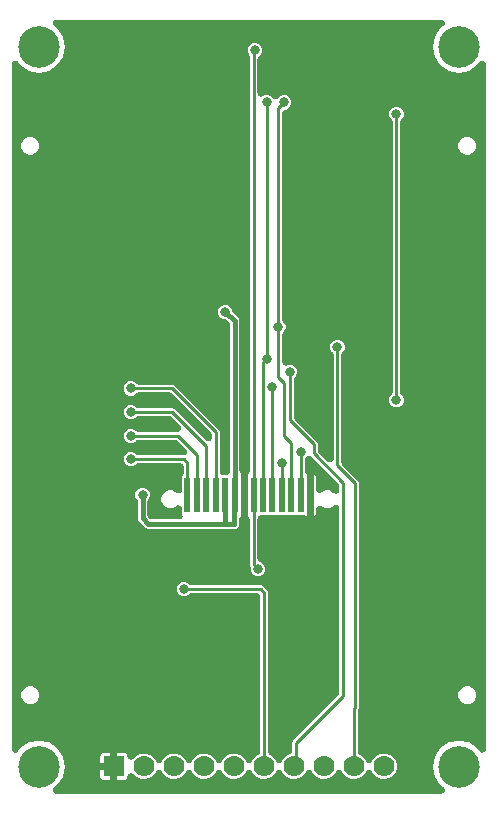
<source format=gbr>
G04 EAGLE Gerber RS-274X export*
G75*
%MOMM*%
%FSLAX34Y34*%
%LPD*%
%INBottom Copper*%
%IPPOS*%
%AMOC8*
5,1,8,0,0,1.08239X$1,22.5*%
G01*
%ADD10C,3.516000*%
%ADD11R,0.500000X3.000000*%
%ADD12R,1.778000X1.778000*%
%ADD13C,1.778000*%
%ADD14C,0.254000*%
%ADD15C,0.806400*%
%ADD16C,0.406400*%

G36*
X162983Y-353052D02*
X162983Y-353052D01*
X163073Y-353054D01*
X163229Y-353032D01*
X163385Y-353019D01*
X163472Y-352998D01*
X163562Y-352985D01*
X163712Y-352938D01*
X163864Y-352901D01*
X163946Y-352865D01*
X164033Y-352838D01*
X164173Y-352768D01*
X164317Y-352706D01*
X164393Y-352658D01*
X164474Y-352617D01*
X164601Y-352525D01*
X164733Y-352441D01*
X164800Y-352381D01*
X164874Y-352328D01*
X164984Y-352217D01*
X165101Y-352112D01*
X165158Y-352042D01*
X165221Y-351978D01*
X165312Y-351850D01*
X165411Y-351728D01*
X165455Y-351650D01*
X165508Y-351576D01*
X165577Y-351436D01*
X165655Y-351300D01*
X165686Y-351215D01*
X165726Y-351134D01*
X165772Y-350984D01*
X165826Y-350837D01*
X165844Y-350749D01*
X165870Y-350662D01*
X165891Y-350506D01*
X165921Y-350353D01*
X165924Y-350263D01*
X165936Y-350173D01*
X165932Y-350016D01*
X165936Y-349860D01*
X165925Y-349770D01*
X165922Y-349680D01*
X165892Y-349526D01*
X165872Y-349371D01*
X165846Y-349284D01*
X165829Y-349196D01*
X165775Y-349048D01*
X165730Y-348899D01*
X165690Y-348817D01*
X165659Y-348733D01*
X165581Y-348596D01*
X165513Y-348455D01*
X165460Y-348382D01*
X165416Y-348303D01*
X165318Y-348181D01*
X165227Y-348053D01*
X165164Y-347989D01*
X165107Y-347918D01*
X165028Y-347852D01*
X164880Y-347702D01*
X164666Y-347546D01*
X164586Y-347478D01*
X162150Y-345850D01*
X157352Y-338670D01*
X155667Y-330200D01*
X157352Y-321730D01*
X162150Y-314550D01*
X169330Y-309752D01*
X177800Y-308067D01*
X186270Y-309752D01*
X193450Y-314550D01*
X195078Y-316986D01*
X195135Y-317057D01*
X195183Y-317133D01*
X195287Y-317250D01*
X195385Y-317373D01*
X195451Y-317433D01*
X195512Y-317501D01*
X195634Y-317599D01*
X195749Y-317705D01*
X195825Y-317754D01*
X195896Y-317811D01*
X196031Y-317888D01*
X196163Y-317974D01*
X196246Y-318010D01*
X196324Y-318055D01*
X196471Y-318109D01*
X196615Y-318172D01*
X196702Y-318195D01*
X196787Y-318226D01*
X196941Y-318257D01*
X197092Y-318296D01*
X197182Y-318304D01*
X197271Y-318321D01*
X197427Y-318326D01*
X197584Y-318340D01*
X197674Y-318334D01*
X197764Y-318336D01*
X197919Y-318316D01*
X198076Y-318305D01*
X198164Y-318284D01*
X198253Y-318272D01*
X198403Y-318227D01*
X198556Y-318190D01*
X198639Y-318156D01*
X198726Y-318130D01*
X198866Y-318061D01*
X199011Y-318000D01*
X199087Y-317952D01*
X199169Y-317913D01*
X199296Y-317822D01*
X199429Y-317739D01*
X199497Y-317679D01*
X199571Y-317627D01*
X199682Y-317517D01*
X199800Y-317414D01*
X199858Y-317344D01*
X199922Y-317280D01*
X200014Y-317154D01*
X200114Y-317033D01*
X200159Y-316955D01*
X200212Y-316882D01*
X200283Y-316742D01*
X200362Y-316606D01*
X200394Y-316522D01*
X200435Y-316441D01*
X200482Y-316292D01*
X200538Y-316145D01*
X200556Y-316057D01*
X200583Y-315971D01*
X200594Y-315869D01*
X200637Y-315662D01*
X200648Y-315397D01*
X200659Y-315293D01*
X200659Y264493D01*
X200652Y264583D01*
X200654Y264673D01*
X200632Y264829D01*
X200619Y264985D01*
X200598Y265073D01*
X200585Y265162D01*
X200538Y265311D01*
X200501Y265464D01*
X200465Y265547D01*
X200438Y265633D01*
X200368Y265773D01*
X200306Y265917D01*
X200258Y265993D01*
X200217Y266074D01*
X200125Y266201D01*
X200041Y266333D01*
X199981Y266400D01*
X199928Y266474D01*
X199817Y266584D01*
X199712Y266701D01*
X199642Y266758D01*
X199578Y266821D01*
X199450Y266913D01*
X199328Y267011D01*
X199250Y267055D01*
X199176Y267108D01*
X199036Y267177D01*
X198900Y267255D01*
X198815Y267286D01*
X198734Y267326D01*
X198584Y267372D01*
X198437Y267426D01*
X198349Y267444D01*
X198262Y267470D01*
X198106Y267491D01*
X197953Y267521D01*
X197863Y267524D01*
X197773Y267536D01*
X197616Y267532D01*
X197460Y267536D01*
X197370Y267525D01*
X197280Y267522D01*
X197126Y267493D01*
X196971Y267472D01*
X196884Y267446D01*
X196796Y267429D01*
X196649Y267375D01*
X196499Y267330D01*
X196417Y267290D01*
X196332Y267259D01*
X196196Y267181D01*
X196055Y267113D01*
X195982Y267060D01*
X195903Y267016D01*
X195781Y266918D01*
X195653Y266827D01*
X195589Y266764D01*
X195518Y266707D01*
X195452Y266628D01*
X195302Y266480D01*
X195146Y266266D01*
X195078Y266186D01*
X193450Y263750D01*
X186270Y258952D01*
X177800Y257267D01*
X169330Y258952D01*
X162150Y263750D01*
X157352Y270930D01*
X155667Y279400D01*
X157352Y287870D01*
X162150Y295050D01*
X164586Y296678D01*
X164657Y296735D01*
X164733Y296783D01*
X164850Y296887D01*
X164973Y296985D01*
X165033Y297051D01*
X165101Y297112D01*
X165199Y297234D01*
X165305Y297349D01*
X165354Y297425D01*
X165411Y297496D01*
X165488Y297631D01*
X165574Y297763D01*
X165610Y297846D01*
X165655Y297924D01*
X165709Y298071D01*
X165772Y298215D01*
X165795Y298302D01*
X165826Y298387D01*
X165857Y298541D01*
X165896Y298692D01*
X165904Y298782D01*
X165921Y298871D01*
X165926Y299027D01*
X165940Y299184D01*
X165934Y299274D01*
X165936Y299364D01*
X165916Y299519D01*
X165905Y299676D01*
X165884Y299764D01*
X165872Y299853D01*
X165827Y300003D01*
X165790Y300156D01*
X165756Y300239D01*
X165730Y300326D01*
X165661Y300466D01*
X165600Y300611D01*
X165552Y300687D01*
X165513Y300769D01*
X165422Y300896D01*
X165339Y301029D01*
X165279Y301097D01*
X165227Y301171D01*
X165117Y301282D01*
X165014Y301400D01*
X164944Y301458D01*
X164880Y301522D01*
X164754Y301614D01*
X164633Y301714D01*
X164555Y301759D01*
X164482Y301812D01*
X164342Y301883D01*
X164206Y301962D01*
X164122Y301994D01*
X164041Y302035D01*
X163892Y302082D01*
X163745Y302138D01*
X163657Y302156D01*
X163571Y302183D01*
X163469Y302194D01*
X163262Y302237D01*
X162997Y302248D01*
X162893Y302259D01*
X-162893Y302259D01*
X-162983Y302252D01*
X-163073Y302254D01*
X-163229Y302232D01*
X-163385Y302219D01*
X-163473Y302198D01*
X-163562Y302185D01*
X-163711Y302138D01*
X-163864Y302101D01*
X-163947Y302065D01*
X-164033Y302038D01*
X-164173Y301968D01*
X-164317Y301906D01*
X-164393Y301858D01*
X-164474Y301817D01*
X-164601Y301725D01*
X-164733Y301641D01*
X-164800Y301581D01*
X-164874Y301528D01*
X-164984Y301417D01*
X-165101Y301312D01*
X-165158Y301242D01*
X-165221Y301178D01*
X-165313Y301050D01*
X-165411Y300928D01*
X-165455Y300850D01*
X-165508Y300776D01*
X-165577Y300636D01*
X-165655Y300500D01*
X-165686Y300415D01*
X-165726Y300334D01*
X-165772Y300184D01*
X-165826Y300037D01*
X-165844Y299949D01*
X-165870Y299862D01*
X-165891Y299706D01*
X-165921Y299553D01*
X-165924Y299463D01*
X-165936Y299373D01*
X-165932Y299216D01*
X-165936Y299060D01*
X-165925Y298970D01*
X-165922Y298880D01*
X-165893Y298726D01*
X-165872Y298571D01*
X-165846Y298484D01*
X-165829Y298396D01*
X-165775Y298249D01*
X-165730Y298099D01*
X-165690Y298017D01*
X-165659Y297932D01*
X-165581Y297796D01*
X-165513Y297655D01*
X-165460Y297582D01*
X-165416Y297503D01*
X-165318Y297381D01*
X-165227Y297253D01*
X-165164Y297189D01*
X-165107Y297118D01*
X-165028Y297052D01*
X-164880Y296902D01*
X-164666Y296746D01*
X-164586Y296678D01*
X-162150Y295050D01*
X-157352Y287870D01*
X-155667Y279400D01*
X-157352Y270930D01*
X-162150Y263750D01*
X-169330Y258952D01*
X-177800Y257267D01*
X-186270Y258952D01*
X-193450Y263750D01*
X-195078Y266186D01*
X-195135Y266257D01*
X-195183Y266333D01*
X-195287Y266450D01*
X-195385Y266573D01*
X-195451Y266633D01*
X-195512Y266701D01*
X-195634Y266799D01*
X-195749Y266905D01*
X-195825Y266954D01*
X-195896Y267011D01*
X-196031Y267088D01*
X-196163Y267174D01*
X-196246Y267210D01*
X-196324Y267255D01*
X-196471Y267309D01*
X-196615Y267372D01*
X-196702Y267395D01*
X-196787Y267426D01*
X-196941Y267457D01*
X-197092Y267496D01*
X-197182Y267504D01*
X-197271Y267521D01*
X-197427Y267526D01*
X-197584Y267540D01*
X-197674Y267534D01*
X-197764Y267536D01*
X-197919Y267516D01*
X-198076Y267505D01*
X-198164Y267484D01*
X-198253Y267472D01*
X-198403Y267427D01*
X-198556Y267390D01*
X-198639Y267356D01*
X-198726Y267330D01*
X-198866Y267261D01*
X-199011Y267200D01*
X-199087Y267152D01*
X-199169Y267113D01*
X-199296Y267022D01*
X-199429Y266939D01*
X-199497Y266879D01*
X-199571Y266827D01*
X-199682Y266717D01*
X-199800Y266614D01*
X-199858Y266544D01*
X-199922Y266480D01*
X-200014Y266354D01*
X-200114Y266233D01*
X-200159Y266155D01*
X-200212Y266082D01*
X-200283Y265942D01*
X-200362Y265806D01*
X-200394Y265722D01*
X-200435Y265641D01*
X-200482Y265492D01*
X-200538Y265345D01*
X-200556Y265257D01*
X-200583Y265171D01*
X-200594Y265069D01*
X-200637Y264862D01*
X-200648Y264597D01*
X-200659Y264493D01*
X-200659Y-315293D01*
X-200652Y-315383D01*
X-200654Y-315473D01*
X-200632Y-315629D01*
X-200619Y-315785D01*
X-200598Y-315872D01*
X-200585Y-315962D01*
X-200538Y-316112D01*
X-200501Y-316264D01*
X-200465Y-316346D01*
X-200438Y-316433D01*
X-200368Y-316573D01*
X-200306Y-316717D01*
X-200258Y-316793D01*
X-200217Y-316874D01*
X-200125Y-317001D01*
X-200041Y-317133D01*
X-199981Y-317200D01*
X-199928Y-317274D01*
X-199817Y-317384D01*
X-199712Y-317501D01*
X-199642Y-317558D01*
X-199578Y-317621D01*
X-199450Y-317712D01*
X-199328Y-317811D01*
X-199250Y-317855D01*
X-199176Y-317908D01*
X-199036Y-317977D01*
X-198900Y-318055D01*
X-198815Y-318086D01*
X-198734Y-318126D01*
X-198584Y-318172D01*
X-198437Y-318226D01*
X-198349Y-318244D01*
X-198262Y-318270D01*
X-198106Y-318291D01*
X-197953Y-318321D01*
X-197863Y-318324D01*
X-197773Y-318336D01*
X-197616Y-318332D01*
X-197460Y-318336D01*
X-197370Y-318325D01*
X-197280Y-318322D01*
X-197126Y-318292D01*
X-196971Y-318272D01*
X-196884Y-318246D01*
X-196796Y-318229D01*
X-196648Y-318175D01*
X-196499Y-318130D01*
X-196417Y-318090D01*
X-196333Y-318059D01*
X-196196Y-317981D01*
X-196055Y-317913D01*
X-195982Y-317860D01*
X-195903Y-317816D01*
X-195781Y-317718D01*
X-195653Y-317627D01*
X-195589Y-317564D01*
X-195518Y-317507D01*
X-195452Y-317428D01*
X-195302Y-317280D01*
X-195146Y-317066D01*
X-195078Y-316986D01*
X-193450Y-314550D01*
X-186270Y-309752D01*
X-177800Y-308067D01*
X-169330Y-309752D01*
X-162150Y-314550D01*
X-157352Y-321730D01*
X-155667Y-330200D01*
X-157352Y-338670D01*
X-162150Y-345850D01*
X-164586Y-347478D01*
X-164657Y-347535D01*
X-164733Y-347583D01*
X-164850Y-347687D01*
X-164973Y-347785D01*
X-165033Y-347852D01*
X-165101Y-347912D01*
X-165199Y-348033D01*
X-165305Y-348149D01*
X-165354Y-348225D01*
X-165411Y-348296D01*
X-165488Y-348431D01*
X-165574Y-348563D01*
X-165610Y-348646D01*
X-165655Y-348724D01*
X-165709Y-348871D01*
X-165772Y-349015D01*
X-165795Y-349102D01*
X-165826Y-349187D01*
X-165856Y-349341D01*
X-165896Y-349492D01*
X-165904Y-349582D01*
X-165921Y-349671D01*
X-165926Y-349827D01*
X-165940Y-349984D01*
X-165934Y-350074D01*
X-165936Y-350164D01*
X-165916Y-350319D01*
X-165905Y-350476D01*
X-165884Y-350564D01*
X-165872Y-350653D01*
X-165827Y-350803D01*
X-165790Y-350956D01*
X-165756Y-351039D01*
X-165730Y-351126D01*
X-165661Y-351266D01*
X-165600Y-351411D01*
X-165552Y-351488D01*
X-165513Y-351569D01*
X-165422Y-351696D01*
X-165339Y-351829D01*
X-165279Y-351897D01*
X-165227Y-351971D01*
X-165117Y-352082D01*
X-165014Y-352200D01*
X-164944Y-352258D01*
X-164880Y-352322D01*
X-164754Y-352414D01*
X-164633Y-352514D01*
X-164555Y-352559D01*
X-164482Y-352612D01*
X-164342Y-352683D01*
X-164206Y-352762D01*
X-164122Y-352794D01*
X-164041Y-352835D01*
X-163892Y-352882D01*
X-163745Y-352938D01*
X-163657Y-352956D01*
X-163571Y-352983D01*
X-163469Y-352994D01*
X-163262Y-353037D01*
X-162997Y-353048D01*
X-162893Y-353059D01*
X162893Y-353059D01*
X162983Y-353052D01*
G37*
%LPC*%
G36*
X-111253Y-341431D02*
X-111253Y-341431D01*
X-111253Y-330000D01*
X-111253Y-318569D01*
X-105075Y-318569D01*
X-104429Y-318742D01*
X-103850Y-319077D01*
X-103377Y-319550D01*
X-103042Y-320129D01*
X-102869Y-320775D01*
X-102869Y-321166D01*
X-102866Y-321203D01*
X-102868Y-321242D01*
X-102846Y-321449D01*
X-102829Y-321657D01*
X-102820Y-321694D01*
X-102816Y-321732D01*
X-102761Y-321934D01*
X-102711Y-322136D01*
X-102696Y-322171D01*
X-102685Y-322208D01*
X-102598Y-322398D01*
X-102516Y-322589D01*
X-102496Y-322622D01*
X-102480Y-322656D01*
X-102363Y-322830D01*
X-102251Y-323006D01*
X-102226Y-323034D01*
X-102204Y-323066D01*
X-102061Y-323218D01*
X-101922Y-323373D01*
X-101893Y-323397D01*
X-101867Y-323425D01*
X-101700Y-323553D01*
X-101538Y-323683D01*
X-101506Y-323702D01*
X-101475Y-323725D01*
X-101291Y-323824D01*
X-101110Y-323927D01*
X-101074Y-323941D01*
X-101040Y-323959D01*
X-100843Y-324026D01*
X-100647Y-324099D01*
X-100610Y-324106D01*
X-100574Y-324119D01*
X-100367Y-324154D01*
X-100163Y-324194D01*
X-100125Y-324195D01*
X-100087Y-324201D01*
X-99878Y-324202D01*
X-99670Y-324209D01*
X-99632Y-324204D01*
X-99594Y-324204D01*
X-99387Y-324172D01*
X-99181Y-324145D01*
X-99144Y-324134D01*
X-99107Y-324128D01*
X-98908Y-324062D01*
X-98709Y-324002D01*
X-98674Y-323985D01*
X-98638Y-323973D01*
X-98453Y-323877D01*
X-98265Y-323785D01*
X-98234Y-323763D01*
X-98200Y-323746D01*
X-98128Y-323687D01*
X-97863Y-323500D01*
X-97741Y-323379D01*
X-97667Y-323320D01*
X-95087Y-320740D01*
X-91073Y-319077D01*
X-86727Y-319077D01*
X-82713Y-320740D01*
X-79640Y-323813D01*
X-79015Y-325321D01*
X-78998Y-325355D01*
X-78985Y-325391D01*
X-78886Y-325574D01*
X-78790Y-325760D01*
X-78768Y-325791D01*
X-78749Y-325825D01*
X-78621Y-325990D01*
X-78497Y-326157D01*
X-78470Y-326184D01*
X-78447Y-326214D01*
X-78293Y-326356D01*
X-78144Y-326502D01*
X-78113Y-326524D01*
X-78085Y-326550D01*
X-77911Y-326665D01*
X-77740Y-326785D01*
X-77706Y-326801D01*
X-77674Y-326822D01*
X-77484Y-326908D01*
X-77296Y-326999D01*
X-77259Y-327010D01*
X-77224Y-327025D01*
X-77023Y-327079D01*
X-76822Y-327138D01*
X-76784Y-327143D01*
X-76748Y-327153D01*
X-76540Y-327174D01*
X-76333Y-327200D01*
X-76295Y-327198D01*
X-76257Y-327202D01*
X-76048Y-327189D01*
X-75840Y-327181D01*
X-75802Y-327174D01*
X-75764Y-327171D01*
X-75561Y-327125D01*
X-75356Y-327083D01*
X-75321Y-327070D01*
X-75283Y-327061D01*
X-75090Y-326983D01*
X-74895Y-326909D01*
X-74862Y-326890D01*
X-74827Y-326875D01*
X-74648Y-326766D01*
X-74468Y-326662D01*
X-74438Y-326638D01*
X-74406Y-326618D01*
X-74247Y-326482D01*
X-74086Y-326350D01*
X-74061Y-326321D01*
X-74032Y-326296D01*
X-73898Y-326137D01*
X-73759Y-325980D01*
X-73739Y-325947D01*
X-73715Y-325918D01*
X-73670Y-325837D01*
X-73497Y-325562D01*
X-73430Y-325403D01*
X-73385Y-325321D01*
X-72760Y-323813D01*
X-69687Y-320740D01*
X-65673Y-319077D01*
X-61327Y-319077D01*
X-57313Y-320740D01*
X-54240Y-323813D01*
X-53615Y-325321D01*
X-53598Y-325355D01*
X-53585Y-325391D01*
X-53486Y-325574D01*
X-53390Y-325760D01*
X-53368Y-325791D01*
X-53349Y-325825D01*
X-53221Y-325990D01*
X-53097Y-326157D01*
X-53070Y-326184D01*
X-53047Y-326214D01*
X-52893Y-326356D01*
X-52744Y-326502D01*
X-52713Y-326524D01*
X-52685Y-326550D01*
X-52511Y-326665D01*
X-52340Y-326785D01*
X-52306Y-326801D01*
X-52274Y-326822D01*
X-52084Y-326908D01*
X-51896Y-326999D01*
X-51859Y-327010D01*
X-51824Y-327025D01*
X-51623Y-327079D01*
X-51422Y-327138D01*
X-51384Y-327143D01*
X-51348Y-327153D01*
X-51140Y-327174D01*
X-50933Y-327200D01*
X-50895Y-327198D01*
X-50857Y-327202D01*
X-50648Y-327189D01*
X-50440Y-327181D01*
X-50402Y-327174D01*
X-50364Y-327171D01*
X-50161Y-327125D01*
X-49956Y-327083D01*
X-49921Y-327070D01*
X-49883Y-327061D01*
X-49690Y-326983D01*
X-49495Y-326909D01*
X-49462Y-326890D01*
X-49427Y-326875D01*
X-49248Y-326766D01*
X-49068Y-326662D01*
X-49038Y-326638D01*
X-49006Y-326618D01*
X-48847Y-326482D01*
X-48686Y-326350D01*
X-48661Y-326321D01*
X-48632Y-326296D01*
X-48498Y-326137D01*
X-48359Y-325980D01*
X-48339Y-325947D01*
X-48315Y-325918D01*
X-48270Y-325837D01*
X-48097Y-325562D01*
X-48030Y-325403D01*
X-47985Y-325321D01*
X-47360Y-323813D01*
X-44287Y-320740D01*
X-40273Y-319077D01*
X-35927Y-319077D01*
X-31913Y-320740D01*
X-28840Y-323813D01*
X-28215Y-325321D01*
X-28198Y-325355D01*
X-28185Y-325391D01*
X-28086Y-325574D01*
X-27990Y-325760D01*
X-27968Y-325791D01*
X-27949Y-325825D01*
X-27821Y-325990D01*
X-27697Y-326157D01*
X-27670Y-326184D01*
X-27647Y-326214D01*
X-27493Y-326356D01*
X-27344Y-326502D01*
X-27313Y-326524D01*
X-27285Y-326550D01*
X-27111Y-326665D01*
X-26940Y-326785D01*
X-26906Y-326801D01*
X-26874Y-326822D01*
X-26684Y-326908D01*
X-26496Y-326999D01*
X-26459Y-327010D01*
X-26424Y-327025D01*
X-26223Y-327079D01*
X-26022Y-327138D01*
X-25984Y-327143D01*
X-25948Y-327153D01*
X-25740Y-327174D01*
X-25533Y-327200D01*
X-25495Y-327198D01*
X-25457Y-327202D01*
X-25248Y-327189D01*
X-25040Y-327181D01*
X-25002Y-327174D01*
X-24964Y-327171D01*
X-24761Y-327125D01*
X-24556Y-327083D01*
X-24521Y-327070D01*
X-24483Y-327061D01*
X-24290Y-326983D01*
X-24095Y-326909D01*
X-24062Y-326890D01*
X-24027Y-326875D01*
X-23848Y-326766D01*
X-23668Y-326662D01*
X-23638Y-326638D01*
X-23606Y-326618D01*
X-23447Y-326482D01*
X-23286Y-326350D01*
X-23261Y-326321D01*
X-23232Y-326296D01*
X-23098Y-326137D01*
X-22959Y-325980D01*
X-22939Y-325947D01*
X-22915Y-325918D01*
X-22870Y-325837D01*
X-22697Y-325562D01*
X-22630Y-325403D01*
X-22585Y-325321D01*
X-21960Y-323813D01*
X-18887Y-320740D01*
X-14873Y-319077D01*
X-10527Y-319077D01*
X-6513Y-320740D01*
X-3440Y-323813D01*
X-2815Y-325321D01*
X-2798Y-325355D01*
X-2785Y-325391D01*
X-2686Y-325574D01*
X-2590Y-325760D01*
X-2568Y-325791D01*
X-2549Y-325825D01*
X-2421Y-325990D01*
X-2297Y-326157D01*
X-2270Y-326184D01*
X-2247Y-326214D01*
X-2093Y-326356D01*
X-1944Y-326502D01*
X-1913Y-326524D01*
X-1885Y-326550D01*
X-1711Y-326665D01*
X-1540Y-326785D01*
X-1506Y-326801D01*
X-1474Y-326822D01*
X-1283Y-326908D01*
X-1096Y-326999D01*
X-1059Y-327010D01*
X-1024Y-327025D01*
X-822Y-327079D01*
X-622Y-327138D01*
X-585Y-327143D01*
X-548Y-327153D01*
X-340Y-327174D01*
X-133Y-327200D01*
X-95Y-327198D01*
X-57Y-327202D01*
X152Y-327189D01*
X360Y-327181D01*
X398Y-327174D01*
X436Y-327171D01*
X639Y-327125D01*
X844Y-327083D01*
X879Y-327070D01*
X917Y-327061D01*
X1110Y-326983D01*
X1305Y-326909D01*
X1338Y-326890D01*
X1374Y-326875D01*
X1552Y-326766D01*
X1732Y-326662D01*
X1762Y-326638D01*
X1794Y-326618D01*
X1953Y-326482D01*
X2114Y-326350D01*
X2139Y-326321D01*
X2168Y-326296D01*
X2302Y-326137D01*
X2441Y-325980D01*
X2461Y-325947D01*
X2485Y-325918D01*
X2530Y-325837D01*
X2703Y-325562D01*
X2770Y-325404D01*
X2815Y-325321D01*
X3440Y-323813D01*
X6513Y-320740D01*
X7816Y-320200D01*
X8011Y-320101D01*
X8207Y-320005D01*
X8230Y-319988D01*
X8255Y-319975D01*
X8431Y-319845D01*
X8609Y-319719D01*
X8629Y-319699D01*
X8652Y-319682D01*
X8805Y-319526D01*
X8960Y-319372D01*
X8977Y-319349D01*
X8997Y-319329D01*
X9122Y-319150D01*
X9250Y-318974D01*
X9263Y-318948D01*
X9280Y-318925D01*
X9374Y-318728D01*
X9473Y-318533D01*
X9481Y-318506D01*
X9494Y-318480D01*
X9555Y-318272D01*
X9621Y-318063D01*
X9624Y-318039D01*
X9633Y-318007D01*
X9694Y-317518D01*
X9691Y-317438D01*
X9697Y-317385D01*
X9697Y-186350D01*
X9691Y-186274D01*
X9693Y-186198D01*
X9671Y-186029D01*
X9657Y-185858D01*
X9639Y-185784D01*
X9629Y-185709D01*
X9580Y-185545D01*
X9539Y-185379D01*
X9509Y-185310D01*
X9487Y-185236D01*
X9411Y-185083D01*
X9344Y-184926D01*
X9303Y-184862D01*
X9270Y-184793D01*
X9171Y-184654D01*
X9079Y-184510D01*
X9028Y-184453D01*
X8984Y-184391D01*
X8864Y-184270D01*
X8750Y-184142D01*
X8691Y-184094D01*
X8637Y-184040D01*
X8499Y-183939D01*
X8366Y-183832D01*
X8300Y-183795D01*
X8239Y-183750D01*
X8086Y-183673D01*
X7938Y-183588D01*
X7866Y-183562D01*
X7798Y-183527D01*
X7635Y-183476D01*
X7475Y-183417D01*
X7400Y-183402D01*
X7328Y-183379D01*
X7223Y-183367D01*
X6991Y-183322D01*
X6755Y-183315D01*
X6650Y-183303D01*
X-48464Y-183303D01*
X-48577Y-183312D01*
X-48692Y-183311D01*
X-48823Y-183332D01*
X-48955Y-183343D01*
X-49066Y-183370D01*
X-49179Y-183388D01*
X-49305Y-183429D01*
X-49434Y-183461D01*
X-49539Y-183506D01*
X-49648Y-183542D01*
X-49766Y-183604D01*
X-49888Y-183656D01*
X-49984Y-183717D01*
X-50085Y-183770D01*
X-50159Y-183829D01*
X-50304Y-183921D01*
X-50546Y-184137D01*
X-50618Y-184195D01*
X-51565Y-185141D01*
X-53794Y-186065D01*
X-56206Y-186065D01*
X-58435Y-185141D01*
X-60141Y-183435D01*
X-61065Y-181206D01*
X-61065Y-178794D01*
X-60141Y-176565D01*
X-58435Y-174859D01*
X-56206Y-173935D01*
X-53794Y-173935D01*
X-51565Y-174859D01*
X-50618Y-175805D01*
X-50531Y-175879D01*
X-50451Y-175960D01*
X-50344Y-176038D01*
X-50242Y-176124D01*
X-50145Y-176183D01*
X-50052Y-176250D01*
X-49934Y-176310D01*
X-49820Y-176379D01*
X-49714Y-176421D01*
X-49612Y-176473D01*
X-49485Y-176513D01*
X-49362Y-176562D01*
X-49251Y-176587D01*
X-49141Y-176621D01*
X-49048Y-176631D01*
X-48880Y-176669D01*
X-48556Y-176687D01*
X-48464Y-176697D01*
X10657Y-176697D01*
X11871Y-177200D01*
X15800Y-181129D01*
X16303Y-182343D01*
X16303Y-317634D01*
X16320Y-317852D01*
X16334Y-318069D01*
X16340Y-318097D01*
X16343Y-318125D01*
X16395Y-318338D01*
X16444Y-318550D01*
X16455Y-318576D01*
X16461Y-318604D01*
X16548Y-318805D01*
X16630Y-319007D01*
X16645Y-319031D01*
X16656Y-319057D01*
X16773Y-319241D01*
X16887Y-319428D01*
X16906Y-319450D01*
X16921Y-319474D01*
X17066Y-319636D01*
X17209Y-319802D01*
X17231Y-319820D01*
X17250Y-319841D01*
X17419Y-319978D01*
X17587Y-320119D01*
X17607Y-320130D01*
X17634Y-320151D01*
X18062Y-320395D01*
X18138Y-320423D01*
X18184Y-320449D01*
X18887Y-320740D01*
X21960Y-323813D01*
X22585Y-325321D01*
X22602Y-325355D01*
X22615Y-325391D01*
X22714Y-325574D01*
X22810Y-325760D01*
X22832Y-325791D01*
X22851Y-325825D01*
X22979Y-325990D01*
X23103Y-326157D01*
X23130Y-326184D01*
X23153Y-326214D01*
X23307Y-326356D01*
X23456Y-326502D01*
X23487Y-326524D01*
X23515Y-326550D01*
X23689Y-326665D01*
X23860Y-326785D01*
X23894Y-326801D01*
X23926Y-326822D01*
X24116Y-326908D01*
X24304Y-326999D01*
X24341Y-327010D01*
X24376Y-327025D01*
X24577Y-327079D01*
X24778Y-327138D01*
X24816Y-327143D01*
X24852Y-327153D01*
X25060Y-327174D01*
X25267Y-327200D01*
X25305Y-327198D01*
X25343Y-327202D01*
X25552Y-327189D01*
X25760Y-327181D01*
X25798Y-327174D01*
X25836Y-327171D01*
X26039Y-327125D01*
X26244Y-327083D01*
X26279Y-327070D01*
X26317Y-327061D01*
X26510Y-326983D01*
X26705Y-326909D01*
X26738Y-326890D01*
X26773Y-326875D01*
X26952Y-326766D01*
X27132Y-326662D01*
X27162Y-326638D01*
X27194Y-326618D01*
X27353Y-326482D01*
X27514Y-326350D01*
X27539Y-326321D01*
X27568Y-326296D01*
X27702Y-326137D01*
X27841Y-325980D01*
X27861Y-325947D01*
X27885Y-325918D01*
X27930Y-325837D01*
X28103Y-325562D01*
X28170Y-325403D01*
X28215Y-325321D01*
X28840Y-323813D01*
X31913Y-320740D01*
X34816Y-319538D01*
X35011Y-319438D01*
X35207Y-319342D01*
X35230Y-319325D01*
X35255Y-319312D01*
X35431Y-319183D01*
X35609Y-319056D01*
X35629Y-319036D01*
X35652Y-319019D01*
X35805Y-318863D01*
X35960Y-318710D01*
X35977Y-318687D01*
X35997Y-318666D01*
X36122Y-318487D01*
X36250Y-318311D01*
X36263Y-318286D01*
X36280Y-318262D01*
X36374Y-318065D01*
X36473Y-317870D01*
X36481Y-317843D01*
X36494Y-317818D01*
X36555Y-317609D01*
X36621Y-317400D01*
X36624Y-317377D01*
X36633Y-317345D01*
X36694Y-316855D01*
X36691Y-316775D01*
X36697Y-316722D01*
X36697Y-309343D01*
X37200Y-308129D01*
X38558Y-306772D01*
X38558Y-306771D01*
X75805Y-269524D01*
X75879Y-269438D01*
X75960Y-269357D01*
X76038Y-269250D01*
X76124Y-269149D01*
X76183Y-269051D01*
X76250Y-268958D01*
X76310Y-268840D01*
X76379Y-268726D01*
X76421Y-268620D01*
X76473Y-268518D01*
X76513Y-268391D01*
X76562Y-268268D01*
X76587Y-268157D01*
X76621Y-268048D01*
X76631Y-267954D01*
X76669Y-267786D01*
X76687Y-267462D01*
X76697Y-267370D01*
X76697Y-111734D01*
X76694Y-111696D01*
X76696Y-111658D01*
X76674Y-111450D01*
X76657Y-111242D01*
X76648Y-111205D01*
X76644Y-111167D01*
X76589Y-110966D01*
X76539Y-110763D01*
X76524Y-110728D01*
X76513Y-110691D01*
X76427Y-110502D01*
X76344Y-110310D01*
X76324Y-110277D01*
X76308Y-110243D01*
X76191Y-110069D01*
X76079Y-109894D01*
X76054Y-109865D01*
X76032Y-109834D01*
X75889Y-109681D01*
X75750Y-109526D01*
X75721Y-109502D01*
X75694Y-109474D01*
X75529Y-109347D01*
X75366Y-109216D01*
X75333Y-109197D01*
X75303Y-109174D01*
X75119Y-109075D01*
X74938Y-108972D01*
X74902Y-108958D01*
X74868Y-108941D01*
X74671Y-108873D01*
X74475Y-108800D01*
X74438Y-108793D01*
X74402Y-108781D01*
X74195Y-108745D01*
X73991Y-108706D01*
X73953Y-108704D01*
X73915Y-108698D01*
X73706Y-108697D01*
X73498Y-108690D01*
X73460Y-108695D01*
X73422Y-108695D01*
X73215Y-108727D01*
X73009Y-108755D01*
X72972Y-108766D01*
X72935Y-108772D01*
X72737Y-108837D01*
X72537Y-108897D01*
X72502Y-108914D01*
X72466Y-108926D01*
X72281Y-109022D01*
X72093Y-109114D01*
X72062Y-109136D01*
X72028Y-109154D01*
X71956Y-109212D01*
X71691Y-109399D01*
X71569Y-109520D01*
X71495Y-109579D01*
X70771Y-110303D01*
X68000Y-111451D01*
X65000Y-111451D01*
X62224Y-110301D01*
X62214Y-110292D01*
X62188Y-110264D01*
X62025Y-110132D01*
X61867Y-109997D01*
X61834Y-109978D01*
X61804Y-109954D01*
X61623Y-109851D01*
X61444Y-109743D01*
X61409Y-109729D01*
X61376Y-109710D01*
X61180Y-109637D01*
X60986Y-109560D01*
X60949Y-109552D01*
X60913Y-109538D01*
X60708Y-109498D01*
X60504Y-109453D01*
X60466Y-109451D01*
X60429Y-109443D01*
X60221Y-109437D01*
X60012Y-109425D01*
X59974Y-109429D01*
X59936Y-109428D01*
X59729Y-109455D01*
X59521Y-109478D01*
X59485Y-109488D01*
X59447Y-109493D01*
X59247Y-109553D01*
X59046Y-109608D01*
X59011Y-109624D01*
X58974Y-109635D01*
X58787Y-109727D01*
X58597Y-109814D01*
X58566Y-109835D01*
X58531Y-109852D01*
X58361Y-109973D01*
X58188Y-110089D01*
X58160Y-110115D01*
X58129Y-110137D01*
X57980Y-110284D01*
X57828Y-110427D01*
X57805Y-110457D01*
X57778Y-110484D01*
X57655Y-110653D01*
X57528Y-110819D01*
X57510Y-110852D01*
X57488Y-110883D01*
X57394Y-111069D01*
X57295Y-111253D01*
X57282Y-111289D01*
X57265Y-111323D01*
X57203Y-111522D01*
X57135Y-111720D01*
X57128Y-111758D01*
X57117Y-111794D01*
X57107Y-111886D01*
X57052Y-112206D01*
X57051Y-112378D01*
X57041Y-112472D01*
X57041Y-115745D01*
X56868Y-116391D01*
X56533Y-116970D01*
X56060Y-117443D01*
X55481Y-117778D01*
X55047Y-117894D01*
X55047Y-100410D01*
X55047Y-82926D01*
X55481Y-83042D01*
X56060Y-83377D01*
X56533Y-83850D01*
X56868Y-84429D01*
X57041Y-85075D01*
X57041Y-95348D01*
X57044Y-95386D01*
X57042Y-95425D01*
X57064Y-95633D01*
X57081Y-95840D01*
X57090Y-95877D01*
X57094Y-95915D01*
X57149Y-96117D01*
X57199Y-96319D01*
X57214Y-96354D01*
X57225Y-96391D01*
X57312Y-96581D01*
X57394Y-96772D01*
X57414Y-96805D01*
X57430Y-96839D01*
X57547Y-97013D01*
X57659Y-97188D01*
X57684Y-97217D01*
X57706Y-97249D01*
X57849Y-97400D01*
X57988Y-97556D01*
X58018Y-97580D01*
X58044Y-97608D01*
X58209Y-97735D01*
X58372Y-97866D01*
X58405Y-97885D01*
X58435Y-97908D01*
X58619Y-98007D01*
X58800Y-98110D01*
X58836Y-98124D01*
X58870Y-98142D01*
X59067Y-98209D01*
X59263Y-98282D01*
X59300Y-98289D01*
X59336Y-98302D01*
X59543Y-98337D01*
X59747Y-98376D01*
X59785Y-98378D01*
X59823Y-98384D01*
X60032Y-98385D01*
X60240Y-98392D01*
X60278Y-98387D01*
X60316Y-98387D01*
X60522Y-98355D01*
X60729Y-98327D01*
X60766Y-98316D01*
X60803Y-98310D01*
X61001Y-98245D01*
X61201Y-98185D01*
X61236Y-98168D01*
X61272Y-98156D01*
X61457Y-98060D01*
X61645Y-97968D01*
X61676Y-97946D01*
X61710Y-97928D01*
X61782Y-97870D01*
X62047Y-97683D01*
X62169Y-97562D01*
X62221Y-97520D01*
X65000Y-96369D01*
X68000Y-96369D01*
X70771Y-97517D01*
X71495Y-98241D01*
X71524Y-98266D01*
X71550Y-98294D01*
X71712Y-98425D01*
X71871Y-98561D01*
X71904Y-98580D01*
X71934Y-98604D01*
X72115Y-98707D01*
X72294Y-98815D01*
X72329Y-98829D01*
X72362Y-98848D01*
X72558Y-98921D01*
X72752Y-98998D01*
X72789Y-99007D01*
X72825Y-99020D01*
X73029Y-99060D01*
X73233Y-99105D01*
X73272Y-99107D01*
X73309Y-99114D01*
X73517Y-99121D01*
X73726Y-99133D01*
X73764Y-99129D01*
X73802Y-99130D01*
X74008Y-99103D01*
X74217Y-99081D01*
X74253Y-99070D01*
X74291Y-99065D01*
X74491Y-99005D01*
X74692Y-98950D01*
X74727Y-98934D01*
X74764Y-98923D01*
X74951Y-98831D01*
X75141Y-98744D01*
X75172Y-98723D01*
X75207Y-98706D01*
X75377Y-98585D01*
X75550Y-98469D01*
X75578Y-98443D01*
X75609Y-98421D01*
X75757Y-98274D01*
X75910Y-98131D01*
X75933Y-98101D01*
X75960Y-98074D01*
X76083Y-97905D01*
X76210Y-97740D01*
X76228Y-97706D01*
X76250Y-97675D01*
X76344Y-97489D01*
X76443Y-97305D01*
X76455Y-97269D01*
X76473Y-97235D01*
X76536Y-97035D01*
X76603Y-96838D01*
X76609Y-96801D01*
X76621Y-96764D01*
X76631Y-96671D01*
X76686Y-96352D01*
X76687Y-96180D01*
X76697Y-96086D01*
X76697Y-92630D01*
X76688Y-92517D01*
X76689Y-92402D01*
X76668Y-92271D01*
X76657Y-92139D01*
X76630Y-92028D01*
X76612Y-91915D01*
X76571Y-91789D01*
X76539Y-91660D01*
X76494Y-91555D01*
X76458Y-91446D01*
X76396Y-91328D01*
X76344Y-91206D01*
X76283Y-91110D01*
X76230Y-91009D01*
X76171Y-90935D01*
X76079Y-90790D01*
X75863Y-90548D01*
X75805Y-90476D01*
X53108Y-67779D01*
X53050Y-67729D01*
X52998Y-67674D01*
X52862Y-67570D01*
X52732Y-67459D01*
X52666Y-67420D01*
X52606Y-67373D01*
X52456Y-67293D01*
X52309Y-67204D01*
X52238Y-67176D01*
X52171Y-67140D01*
X52010Y-67085D01*
X51851Y-67021D01*
X51777Y-67005D01*
X51705Y-66980D01*
X51536Y-66952D01*
X51370Y-66915D01*
X51294Y-66910D01*
X51218Y-66898D01*
X51048Y-66897D01*
X50877Y-66887D01*
X50801Y-66895D01*
X50725Y-66895D01*
X50556Y-66921D01*
X50386Y-66939D01*
X50313Y-66959D01*
X50238Y-66971D01*
X50075Y-67025D01*
X49911Y-67070D01*
X49841Y-67102D01*
X49769Y-67125D01*
X49618Y-67204D01*
X49462Y-67276D01*
X49399Y-67318D01*
X49332Y-67353D01*
X49249Y-67419D01*
X49053Y-67551D01*
X48880Y-67713D01*
X48798Y-67779D01*
X48195Y-68382D01*
X48121Y-68469D01*
X48040Y-68549D01*
X47962Y-68656D01*
X47876Y-68758D01*
X47817Y-68855D01*
X47750Y-68948D01*
X47690Y-69066D01*
X47621Y-69180D01*
X47579Y-69286D01*
X47527Y-69388D01*
X47487Y-69515D01*
X47438Y-69638D01*
X47413Y-69749D01*
X47379Y-69859D01*
X47369Y-69952D01*
X47331Y-70120D01*
X47313Y-70444D01*
X47303Y-70536D01*
X47303Y-79822D01*
X47309Y-79898D01*
X47307Y-79974D01*
X47329Y-80143D01*
X47343Y-80314D01*
X47361Y-80388D01*
X47371Y-80463D01*
X47420Y-80627D01*
X47461Y-80793D01*
X47491Y-80862D01*
X47513Y-80936D01*
X47589Y-81089D01*
X47656Y-81246D01*
X47697Y-81310D01*
X47730Y-81379D01*
X47829Y-81518D01*
X47921Y-81662D01*
X47972Y-81719D01*
X48016Y-81781D01*
X48136Y-81902D01*
X48250Y-82030D01*
X48309Y-82078D01*
X48363Y-82132D01*
X48501Y-82233D01*
X48634Y-82340D01*
X48700Y-82377D01*
X48761Y-82422D01*
X48914Y-82499D01*
X48953Y-82521D01*
X48953Y-100410D01*
X48953Y-117894D01*
X48456Y-117761D01*
X48271Y-117667D01*
X48235Y-117656D01*
X48201Y-117640D01*
X48000Y-117582D01*
X47801Y-117519D01*
X47770Y-117516D01*
X47727Y-117503D01*
X47237Y-117445D01*
X47168Y-117448D01*
X47123Y-117443D01*
X10350Y-117443D01*
X10274Y-117449D01*
X10198Y-117447D01*
X10029Y-117469D01*
X9858Y-117483D01*
X9784Y-117501D01*
X9709Y-117511D01*
X9545Y-117560D01*
X9379Y-117601D01*
X9310Y-117631D01*
X9236Y-117653D01*
X9083Y-117729D01*
X8926Y-117796D01*
X8862Y-117837D01*
X8793Y-117870D01*
X8654Y-117969D01*
X8510Y-118061D01*
X8453Y-118112D01*
X8391Y-118156D01*
X8270Y-118276D01*
X8142Y-118390D01*
X8094Y-118449D01*
X8040Y-118503D01*
X7939Y-118641D01*
X7832Y-118774D01*
X7795Y-118840D01*
X7750Y-118901D01*
X7673Y-119054D01*
X7588Y-119202D01*
X7562Y-119274D01*
X7527Y-119342D01*
X7476Y-119505D01*
X7417Y-119665D01*
X7402Y-119740D01*
X7379Y-119812D01*
X7367Y-119917D01*
X7322Y-120149D01*
X7315Y-120385D01*
X7303Y-120490D01*
X7303Y-154111D01*
X7320Y-154329D01*
X7334Y-154546D01*
X7340Y-154574D01*
X7343Y-154602D01*
X7395Y-154815D01*
X7444Y-155027D01*
X7455Y-155054D01*
X7461Y-155081D01*
X7548Y-155282D01*
X7630Y-155484D01*
X7645Y-155508D01*
X7656Y-155535D01*
X7773Y-155719D01*
X7887Y-155905D01*
X7906Y-155927D01*
X7921Y-155951D01*
X8066Y-156113D01*
X8209Y-156279D01*
X8231Y-156297D01*
X8250Y-156319D01*
X8419Y-156455D01*
X8587Y-156596D01*
X8608Y-156607D01*
X8634Y-156628D01*
X9062Y-156872D01*
X9138Y-156900D01*
X9184Y-156926D01*
X11435Y-157859D01*
X13141Y-159565D01*
X14065Y-161794D01*
X14065Y-164206D01*
X13141Y-166435D01*
X11435Y-168141D01*
X9206Y-169065D01*
X6794Y-169065D01*
X4565Y-168141D01*
X2859Y-166435D01*
X1935Y-164206D01*
X1935Y-162868D01*
X1926Y-162755D01*
X1927Y-162640D01*
X1906Y-162509D01*
X1895Y-162377D01*
X1868Y-162266D01*
X1850Y-162153D01*
X1809Y-162027D01*
X1777Y-161898D01*
X1732Y-161793D01*
X1696Y-161684D01*
X1634Y-161566D01*
X1582Y-161444D01*
X1521Y-161348D01*
X1468Y-161247D01*
X1409Y-161173D01*
X1317Y-161028D01*
X1221Y-160920D01*
X697Y-159657D01*
X697Y-120998D01*
X691Y-120922D01*
X693Y-120846D01*
X671Y-120677D01*
X657Y-120506D01*
X639Y-120432D01*
X629Y-120357D01*
X580Y-120193D01*
X539Y-120027D01*
X509Y-119958D01*
X487Y-119884D01*
X411Y-119731D01*
X344Y-119574D01*
X303Y-119510D01*
X270Y-119441D01*
X171Y-119302D01*
X79Y-119158D01*
X28Y-119101D01*
X-16Y-119039D01*
X-136Y-118918D01*
X-250Y-118790D01*
X-309Y-118742D01*
X-363Y-118688D01*
X-501Y-118587D01*
X-634Y-118480D01*
X-700Y-118443D01*
X-761Y-118398D01*
X-914Y-118321D01*
X-953Y-118299D01*
X-953Y-100410D01*
X-953Y-82527D01*
X-926Y-82516D01*
X-862Y-82475D01*
X-793Y-82442D01*
X-654Y-82343D01*
X-510Y-82251D01*
X-453Y-82200D01*
X-391Y-82156D01*
X-270Y-82036D01*
X-142Y-81922D01*
X-94Y-81863D01*
X-40Y-81809D01*
X61Y-81671D01*
X168Y-81538D01*
X205Y-81472D01*
X250Y-81411D01*
X327Y-81258D01*
X412Y-81110D01*
X438Y-81038D01*
X473Y-80970D01*
X524Y-80807D01*
X583Y-80647D01*
X598Y-80572D01*
X621Y-80500D01*
X633Y-80395D01*
X678Y-80163D01*
X685Y-79927D01*
X697Y-79822D01*
X697Y270684D01*
X688Y270797D01*
X689Y270912D01*
X668Y271043D01*
X657Y271175D01*
X630Y271286D01*
X612Y271399D01*
X571Y271525D01*
X539Y271654D01*
X494Y271759D01*
X458Y271868D01*
X396Y271986D01*
X344Y272108D01*
X283Y272204D01*
X230Y272305D01*
X171Y272379D01*
X79Y272524D01*
X-130Y272758D01*
X-1065Y275014D01*
X-1065Y277426D01*
X-141Y279655D01*
X1565Y281361D01*
X3794Y282285D01*
X6206Y282285D01*
X8435Y281361D01*
X10141Y279655D01*
X11065Y277426D01*
X11065Y275014D01*
X10141Y272785D01*
X8195Y270838D01*
X8121Y270751D01*
X8040Y270671D01*
X7962Y270564D01*
X7876Y270462D01*
X7817Y270365D01*
X7750Y270272D01*
X7690Y270154D01*
X7621Y270040D01*
X7579Y269934D01*
X7527Y269832D01*
X7487Y269705D01*
X7438Y269582D01*
X7413Y269471D01*
X7379Y269361D01*
X7369Y269268D01*
X7331Y269100D01*
X7313Y268776D01*
X7303Y268684D01*
X7303Y240157D01*
X7317Y239977D01*
X7324Y239796D01*
X7337Y239731D01*
X7343Y239665D01*
X7386Y239490D01*
X7422Y239313D01*
X7445Y239251D01*
X7461Y239186D01*
X7533Y239020D01*
X7596Y238851D01*
X7630Y238794D01*
X7656Y238733D01*
X7753Y238581D01*
X7843Y238424D01*
X7885Y238373D01*
X7921Y238317D01*
X8041Y238182D01*
X8156Y238042D01*
X8205Y237999D01*
X8250Y237949D01*
X8390Y237835D01*
X8525Y237716D01*
X8582Y237681D01*
X8634Y237639D01*
X8790Y237550D01*
X8943Y237454D01*
X9004Y237428D01*
X9062Y237395D01*
X9232Y237332D01*
X9398Y237262D01*
X9462Y237246D01*
X9525Y237223D01*
X9702Y237189D01*
X9877Y237146D01*
X9944Y237141D01*
X10009Y237129D01*
X10189Y237123D01*
X10369Y237109D01*
X10436Y237115D01*
X10502Y237113D01*
X10681Y237137D01*
X10861Y237153D01*
X10911Y237167D01*
X10991Y237178D01*
X11463Y237320D01*
X11494Y237335D01*
X11516Y237341D01*
X13794Y238285D01*
X16206Y238285D01*
X18435Y237361D01*
X20345Y235452D01*
X20403Y235402D01*
X20456Y235347D01*
X20591Y235243D01*
X20721Y235132D01*
X20787Y235093D01*
X20847Y235046D01*
X20997Y234966D01*
X21144Y234877D01*
X21215Y234849D01*
X21282Y234813D01*
X21443Y234758D01*
X21602Y234694D01*
X21676Y234678D01*
X21748Y234653D01*
X21917Y234625D01*
X22084Y234588D01*
X22160Y234583D01*
X22235Y234571D01*
X22406Y234570D01*
X22576Y234560D01*
X22652Y234568D01*
X22728Y234568D01*
X22897Y234594D01*
X23067Y234612D01*
X23140Y234632D01*
X23215Y234644D01*
X23378Y234698D01*
X23542Y234743D01*
X23612Y234775D01*
X23684Y234798D01*
X23835Y234877D01*
X23991Y234949D01*
X24054Y234991D01*
X24122Y235026D01*
X24204Y235092D01*
X24400Y235224D01*
X24572Y235386D01*
X24655Y235452D01*
X26565Y237361D01*
X28794Y238285D01*
X31206Y238285D01*
X33435Y237361D01*
X35141Y235655D01*
X36065Y233426D01*
X36065Y231014D01*
X35141Y228785D01*
X33435Y227079D01*
X31197Y226151D01*
X31029Y226129D01*
X30858Y226115D01*
X30784Y226097D01*
X30709Y226087D01*
X30545Y226038D01*
X30379Y225997D01*
X30310Y225967D01*
X30236Y225945D01*
X30083Y225869D01*
X29926Y225802D01*
X29862Y225761D01*
X29793Y225728D01*
X29654Y225629D01*
X29510Y225537D01*
X29453Y225486D01*
X29391Y225442D01*
X29270Y225322D01*
X29142Y225208D01*
X29094Y225149D01*
X29040Y225095D01*
X28939Y224957D01*
X28832Y224824D01*
X28795Y224758D01*
X28750Y224697D01*
X28673Y224544D01*
X28588Y224396D01*
X28562Y224324D01*
X28527Y224256D01*
X28476Y224093D01*
X28417Y223933D01*
X28402Y223858D01*
X28379Y223786D01*
X28367Y223681D01*
X28322Y223449D01*
X28315Y223213D01*
X28303Y223108D01*
X28303Y48536D01*
X28312Y48423D01*
X28311Y48308D01*
X28332Y48177D01*
X28343Y48045D01*
X28370Y47934D01*
X28388Y47821D01*
X28429Y47695D01*
X28461Y47566D01*
X28506Y47461D01*
X28542Y47352D01*
X28603Y47235D01*
X28656Y47112D01*
X28717Y47016D01*
X28770Y46915D01*
X28829Y46841D01*
X28921Y46696D01*
X29137Y46454D01*
X29195Y46382D01*
X30141Y45435D01*
X31065Y43206D01*
X31065Y40794D01*
X30141Y38565D01*
X29195Y37618D01*
X29121Y37531D01*
X29040Y37451D01*
X28962Y37344D01*
X28876Y37243D01*
X28817Y37145D01*
X28750Y37052D01*
X28690Y36934D01*
X28621Y36820D01*
X28579Y36714D01*
X28527Y36612D01*
X28487Y36485D01*
X28438Y36362D01*
X28413Y36250D01*
X28379Y36141D01*
X28369Y36048D01*
X28331Y35880D01*
X28313Y35556D01*
X28303Y35464D01*
X28303Y12351D01*
X28317Y12171D01*
X28324Y11991D01*
X28337Y11925D01*
X28343Y11859D01*
X28386Y11684D01*
X28422Y11507D01*
X28445Y11445D01*
X28461Y11380D01*
X28533Y11214D01*
X28596Y11046D01*
X28630Y10988D01*
X28656Y10927D01*
X28753Y10775D01*
X28843Y10618D01*
X28885Y10567D01*
X28921Y10511D01*
X29041Y10376D01*
X29156Y10237D01*
X29205Y10193D01*
X29250Y10143D01*
X29390Y10030D01*
X29525Y9910D01*
X29582Y9875D01*
X29634Y9833D01*
X29790Y9744D01*
X29943Y9648D01*
X30005Y9622D01*
X30062Y9589D01*
X30232Y9526D01*
X30398Y9456D01*
X30462Y9441D01*
X30525Y9417D01*
X30702Y9383D01*
X30877Y9340D01*
X30944Y9335D01*
X31009Y9323D01*
X31189Y9317D01*
X31369Y9304D01*
X31436Y9309D01*
X31502Y9307D01*
X31681Y9331D01*
X31861Y9347D01*
X31911Y9361D01*
X31991Y9372D01*
X32463Y9514D01*
X32494Y9529D01*
X32516Y9536D01*
X33794Y10065D01*
X36206Y10065D01*
X38435Y9141D01*
X40141Y7435D01*
X41065Y5206D01*
X41065Y2794D01*
X40141Y565D01*
X39195Y-382D01*
X39121Y-469D01*
X39040Y-549D01*
X38962Y-656D01*
X38876Y-758D01*
X38817Y-855D01*
X38750Y-948D01*
X38690Y-1066D01*
X38621Y-1180D01*
X38579Y-1286D01*
X38527Y-1388D01*
X38487Y-1515D01*
X38438Y-1638D01*
X38413Y-1749D01*
X38379Y-1859D01*
X38369Y-1952D01*
X38331Y-2120D01*
X38322Y-2283D01*
X38322Y-2285D01*
X38322Y-2292D01*
X38313Y-2444D01*
X38303Y-2536D01*
X38303Y-34370D01*
X38312Y-34483D01*
X38311Y-34598D01*
X38332Y-34729D01*
X38343Y-34861D01*
X38370Y-34972D01*
X38388Y-35085D01*
X38429Y-35211D01*
X38461Y-35340D01*
X38506Y-35445D01*
X38542Y-35554D01*
X38604Y-35672D01*
X38656Y-35794D01*
X38717Y-35890D01*
X38770Y-35991D01*
X38829Y-36065D01*
X38921Y-36210D01*
X39137Y-36452D01*
X39195Y-36524D01*
X57800Y-55129D01*
X58303Y-56343D01*
X58303Y-62370D01*
X58312Y-62483D01*
X58311Y-62598D01*
X58332Y-62729D01*
X58343Y-62861D01*
X58370Y-62972D01*
X58388Y-63085D01*
X58429Y-63211D01*
X58461Y-63340D01*
X58506Y-63445D01*
X58542Y-63554D01*
X58604Y-63672D01*
X58656Y-63794D01*
X58717Y-63890D01*
X58770Y-63991D01*
X58829Y-64065D01*
X58921Y-64210D01*
X59137Y-64452D01*
X59195Y-64524D01*
X66495Y-71825D01*
X66524Y-71849D01*
X66550Y-71878D01*
X66609Y-71925D01*
X66658Y-71975D01*
X66759Y-72049D01*
X66871Y-72144D01*
X66904Y-72164D01*
X66934Y-72188D01*
X67008Y-72230D01*
X67057Y-72265D01*
X67156Y-72315D01*
X67294Y-72399D01*
X67329Y-72413D01*
X67362Y-72432D01*
X67452Y-72465D01*
X67497Y-72488D01*
X67590Y-72517D01*
X67752Y-72582D01*
X67789Y-72590D01*
X67825Y-72603D01*
X67927Y-72623D01*
X67968Y-72636D01*
X68026Y-72643D01*
X68030Y-72643D01*
X68234Y-72688D01*
X68272Y-72691D01*
X68309Y-72698D01*
X68517Y-72704D01*
X68633Y-72711D01*
X68645Y-72712D01*
X68650Y-72712D01*
X68653Y-72712D01*
X68726Y-72716D01*
X68764Y-72712D01*
X68802Y-72713D01*
X69009Y-72686D01*
X69123Y-72674D01*
X69142Y-72672D01*
X69145Y-72672D01*
X69217Y-72664D01*
X69253Y-72654D01*
X69291Y-72649D01*
X69491Y-72588D01*
X69597Y-72559D01*
X69621Y-72554D01*
X69625Y-72552D01*
X69692Y-72533D01*
X69727Y-72517D01*
X69764Y-72506D01*
X69951Y-72415D01*
X70042Y-72373D01*
X70074Y-72359D01*
X70079Y-72356D01*
X70141Y-72328D01*
X70173Y-72306D01*
X70207Y-72289D01*
X70376Y-72169D01*
X70449Y-72120D01*
X70490Y-72094D01*
X70497Y-72088D01*
X70550Y-72052D01*
X70578Y-72026D01*
X70609Y-72004D01*
X70757Y-71857D01*
X70806Y-71811D01*
X70858Y-71765D01*
X70866Y-71755D01*
X70910Y-71714D01*
X70933Y-71684D01*
X70960Y-71657D01*
X71083Y-71489D01*
X71110Y-71453D01*
X71168Y-71381D01*
X71176Y-71367D01*
X71210Y-71323D01*
X71228Y-71289D01*
X71250Y-71258D01*
X71344Y-71072D01*
X71354Y-71055D01*
X71412Y-70953D01*
X71419Y-70933D01*
X71443Y-70888D01*
X71456Y-70852D01*
X71473Y-70818D01*
X71534Y-70623D01*
X71583Y-70490D01*
X71589Y-70464D01*
X71603Y-70421D01*
X71609Y-70384D01*
X71621Y-70348D01*
X71631Y-70255D01*
X71644Y-70179D01*
X71678Y-70006D01*
X71679Y-69974D01*
X71686Y-69935D01*
X71687Y-69763D01*
X71697Y-69670D01*
X71697Y18464D01*
X71688Y18577D01*
X71689Y18692D01*
X71668Y18823D01*
X71657Y18955D01*
X71630Y19066D01*
X71612Y19179D01*
X71571Y19305D01*
X71539Y19434D01*
X71494Y19539D01*
X71458Y19648D01*
X71396Y19766D01*
X71344Y19888D01*
X71283Y19984D01*
X71230Y20085D01*
X71171Y20159D01*
X71079Y20304D01*
X70863Y20546D01*
X70805Y20618D01*
X69859Y21565D01*
X68935Y23794D01*
X68935Y26206D01*
X69859Y28435D01*
X71565Y30141D01*
X73794Y31065D01*
X76206Y31065D01*
X78435Y30141D01*
X80141Y28435D01*
X81065Y26206D01*
X81065Y23794D01*
X80141Y21565D01*
X79195Y20618D01*
X79121Y20531D01*
X79040Y20451D01*
X78962Y20344D01*
X78876Y20242D01*
X78817Y20145D01*
X78750Y20052D01*
X78690Y19934D01*
X78621Y19820D01*
X78579Y19714D01*
X78527Y19612D01*
X78487Y19485D01*
X78438Y19362D01*
X78413Y19251D01*
X78379Y19141D01*
X78369Y19048D01*
X78331Y18880D01*
X78313Y18556D01*
X78303Y18464D01*
X78303Y-72370D01*
X78312Y-72483D01*
X78311Y-72598D01*
X78332Y-72729D01*
X78343Y-72861D01*
X78370Y-72972D01*
X78388Y-73085D01*
X78429Y-73211D01*
X78461Y-73340D01*
X78506Y-73445D01*
X78542Y-73554D01*
X78604Y-73672D01*
X78656Y-73794D01*
X78717Y-73890D01*
X78770Y-73991D01*
X78829Y-74065D01*
X78921Y-74210D01*
X79137Y-74452D01*
X79195Y-74524D01*
X92800Y-88129D01*
X93303Y-89343D01*
X93303Y-280657D01*
X92746Y-282000D01*
X92717Y-282049D01*
X92650Y-282142D01*
X92590Y-282260D01*
X92521Y-282374D01*
X92479Y-282480D01*
X92427Y-282582D01*
X92387Y-282709D01*
X92338Y-282832D01*
X92313Y-282943D01*
X92279Y-283053D01*
X92268Y-283146D01*
X92231Y-283314D01*
X92213Y-283638D01*
X92203Y-283730D01*
X92203Y-317509D01*
X92220Y-317727D01*
X92234Y-317945D01*
X92240Y-317973D01*
X92243Y-318001D01*
X92295Y-318214D01*
X92344Y-318426D01*
X92355Y-318452D01*
X92361Y-318480D01*
X92448Y-318681D01*
X92530Y-318883D01*
X92545Y-318907D01*
X92556Y-318933D01*
X92673Y-319117D01*
X92787Y-319304D01*
X92806Y-319325D01*
X92821Y-319349D01*
X92966Y-319512D01*
X93109Y-319678D01*
X93131Y-319696D01*
X93150Y-319717D01*
X93319Y-319854D01*
X93487Y-319995D01*
X93508Y-320006D01*
X93534Y-320027D01*
X93962Y-320271D01*
X94038Y-320299D01*
X94084Y-320325D01*
X95087Y-320740D01*
X98160Y-323813D01*
X98785Y-325321D01*
X98802Y-325355D01*
X98815Y-325391D01*
X98914Y-325574D01*
X99010Y-325760D01*
X99032Y-325791D01*
X99051Y-325825D01*
X99179Y-325990D01*
X99303Y-326157D01*
X99330Y-326184D01*
X99353Y-326214D01*
X99507Y-326356D01*
X99656Y-326502D01*
X99687Y-326524D01*
X99715Y-326550D01*
X99889Y-326665D01*
X100060Y-326785D01*
X100094Y-326801D01*
X100126Y-326822D01*
X100316Y-326908D01*
X100504Y-326999D01*
X100541Y-327010D01*
X100576Y-327025D01*
X100777Y-327079D01*
X100978Y-327138D01*
X101016Y-327143D01*
X101052Y-327153D01*
X101260Y-327174D01*
X101467Y-327200D01*
X101505Y-327198D01*
X101543Y-327202D01*
X101752Y-327189D01*
X101960Y-327181D01*
X101998Y-327174D01*
X102036Y-327171D01*
X102239Y-327125D01*
X102444Y-327083D01*
X102479Y-327070D01*
X102517Y-327061D01*
X102710Y-326983D01*
X102905Y-326909D01*
X102938Y-326890D01*
X102973Y-326875D01*
X103152Y-326766D01*
X103332Y-326662D01*
X103362Y-326638D01*
X103394Y-326618D01*
X103553Y-326482D01*
X103714Y-326350D01*
X103739Y-326321D01*
X103768Y-326296D01*
X103902Y-326137D01*
X104041Y-325980D01*
X104061Y-325947D01*
X104085Y-325918D01*
X104130Y-325837D01*
X104303Y-325562D01*
X104370Y-325403D01*
X104415Y-325321D01*
X105040Y-323813D01*
X108113Y-320740D01*
X112127Y-319077D01*
X116473Y-319077D01*
X120487Y-320740D01*
X123560Y-323813D01*
X125223Y-327827D01*
X125223Y-332173D01*
X123560Y-336187D01*
X120487Y-339260D01*
X116473Y-340923D01*
X112127Y-340923D01*
X108113Y-339260D01*
X105040Y-336187D01*
X104415Y-334679D01*
X104398Y-334645D01*
X104385Y-334609D01*
X104285Y-334425D01*
X104190Y-334240D01*
X104168Y-334209D01*
X104149Y-334175D01*
X104021Y-334011D01*
X103897Y-333843D01*
X103870Y-333816D01*
X103847Y-333786D01*
X103693Y-333644D01*
X103544Y-333498D01*
X103513Y-333476D01*
X103485Y-333450D01*
X103311Y-333335D01*
X103140Y-333215D01*
X103106Y-333199D01*
X103074Y-333178D01*
X102884Y-333092D01*
X102695Y-333001D01*
X102659Y-332990D01*
X102624Y-332975D01*
X102422Y-332921D01*
X102222Y-332862D01*
X102185Y-332857D01*
X102148Y-332847D01*
X101939Y-332826D01*
X101733Y-332800D01*
X101695Y-332802D01*
X101657Y-332798D01*
X101448Y-332811D01*
X101240Y-332819D01*
X101202Y-332826D01*
X101164Y-332829D01*
X100961Y-332875D01*
X100756Y-332917D01*
X100721Y-332930D01*
X100683Y-332939D01*
X100490Y-333017D01*
X100295Y-333091D01*
X100262Y-333110D01*
X100226Y-333125D01*
X100048Y-333234D01*
X99868Y-333338D01*
X99838Y-333362D01*
X99806Y-333382D01*
X99647Y-333518D01*
X99486Y-333650D01*
X99460Y-333679D01*
X99432Y-333704D01*
X99297Y-333864D01*
X99159Y-334020D01*
X99139Y-334053D01*
X99115Y-334082D01*
X99070Y-334163D01*
X98897Y-334438D01*
X98830Y-334596D01*
X98785Y-334679D01*
X98160Y-336187D01*
X95087Y-339260D01*
X91073Y-340923D01*
X86727Y-340923D01*
X82713Y-339260D01*
X79640Y-336187D01*
X79015Y-334679D01*
X78998Y-334645D01*
X78985Y-334609D01*
X78885Y-334425D01*
X78790Y-334240D01*
X78768Y-334209D01*
X78749Y-334175D01*
X78621Y-334011D01*
X78497Y-333843D01*
X78470Y-333816D01*
X78447Y-333786D01*
X78293Y-333644D01*
X78144Y-333498D01*
X78113Y-333476D01*
X78085Y-333450D01*
X77911Y-333335D01*
X77740Y-333215D01*
X77706Y-333199D01*
X77674Y-333178D01*
X77484Y-333092D01*
X77295Y-333001D01*
X77259Y-332990D01*
X77224Y-332975D01*
X77022Y-332921D01*
X76822Y-332862D01*
X76785Y-332857D01*
X76748Y-332847D01*
X76539Y-332826D01*
X76333Y-332800D01*
X76295Y-332802D01*
X76257Y-332798D01*
X76048Y-332811D01*
X75840Y-332819D01*
X75802Y-332826D01*
X75764Y-332829D01*
X75561Y-332875D01*
X75356Y-332917D01*
X75321Y-332930D01*
X75283Y-332939D01*
X75090Y-333017D01*
X74895Y-333091D01*
X74862Y-333110D01*
X74826Y-333125D01*
X74648Y-333234D01*
X74468Y-333338D01*
X74438Y-333362D01*
X74406Y-333382D01*
X74247Y-333518D01*
X74086Y-333650D01*
X74060Y-333679D01*
X74032Y-333704D01*
X73897Y-333864D01*
X73759Y-334020D01*
X73739Y-334053D01*
X73715Y-334082D01*
X73670Y-334163D01*
X73497Y-334438D01*
X73430Y-334596D01*
X73385Y-334679D01*
X72760Y-336187D01*
X69687Y-339260D01*
X65673Y-340923D01*
X61327Y-340923D01*
X57313Y-339260D01*
X54240Y-336187D01*
X53615Y-334679D01*
X53598Y-334645D01*
X53585Y-334609D01*
X53485Y-334425D01*
X53390Y-334240D01*
X53368Y-334209D01*
X53349Y-334175D01*
X53221Y-334011D01*
X53097Y-333843D01*
X53070Y-333816D01*
X53047Y-333786D01*
X52893Y-333644D01*
X52744Y-333498D01*
X52713Y-333476D01*
X52685Y-333450D01*
X52511Y-333335D01*
X52340Y-333215D01*
X52306Y-333199D01*
X52274Y-333178D01*
X52084Y-333092D01*
X51895Y-333001D01*
X51859Y-332990D01*
X51824Y-332975D01*
X51622Y-332921D01*
X51422Y-332862D01*
X51385Y-332857D01*
X51348Y-332847D01*
X51139Y-332826D01*
X50933Y-332800D01*
X50895Y-332802D01*
X50857Y-332798D01*
X50648Y-332811D01*
X50440Y-332819D01*
X50402Y-332826D01*
X50364Y-332829D01*
X50161Y-332875D01*
X49956Y-332917D01*
X49921Y-332930D01*
X49883Y-332939D01*
X49690Y-333017D01*
X49495Y-333091D01*
X49462Y-333110D01*
X49426Y-333125D01*
X49248Y-333234D01*
X49068Y-333338D01*
X49038Y-333362D01*
X49006Y-333382D01*
X48847Y-333518D01*
X48686Y-333650D01*
X48660Y-333679D01*
X48632Y-333704D01*
X48497Y-333864D01*
X48359Y-334020D01*
X48339Y-334053D01*
X48315Y-334082D01*
X48270Y-334163D01*
X48097Y-334438D01*
X48030Y-334596D01*
X47985Y-334679D01*
X47360Y-336187D01*
X44287Y-339260D01*
X40273Y-340923D01*
X35927Y-340923D01*
X31913Y-339260D01*
X28840Y-336187D01*
X28215Y-334679D01*
X28198Y-334645D01*
X28185Y-334609D01*
X28085Y-334425D01*
X27990Y-334240D01*
X27968Y-334209D01*
X27949Y-334175D01*
X27821Y-334011D01*
X27697Y-333843D01*
X27670Y-333816D01*
X27647Y-333786D01*
X27493Y-333644D01*
X27344Y-333498D01*
X27313Y-333476D01*
X27285Y-333450D01*
X27111Y-333335D01*
X26940Y-333215D01*
X26906Y-333199D01*
X26874Y-333178D01*
X26684Y-333092D01*
X26495Y-333001D01*
X26459Y-332990D01*
X26424Y-332975D01*
X26222Y-332921D01*
X26022Y-332862D01*
X25985Y-332857D01*
X25948Y-332847D01*
X25739Y-332826D01*
X25533Y-332800D01*
X25495Y-332802D01*
X25457Y-332798D01*
X25248Y-332811D01*
X25040Y-332819D01*
X25002Y-332826D01*
X24964Y-332829D01*
X24761Y-332875D01*
X24556Y-332917D01*
X24521Y-332930D01*
X24483Y-332939D01*
X24290Y-333017D01*
X24095Y-333091D01*
X24062Y-333110D01*
X24026Y-333125D01*
X23848Y-333234D01*
X23668Y-333338D01*
X23638Y-333362D01*
X23606Y-333382D01*
X23447Y-333518D01*
X23286Y-333650D01*
X23260Y-333679D01*
X23232Y-333704D01*
X23097Y-333864D01*
X22959Y-334020D01*
X22939Y-334053D01*
X22915Y-334082D01*
X22870Y-334163D01*
X22697Y-334438D01*
X22630Y-334596D01*
X22585Y-334679D01*
X21960Y-336187D01*
X18887Y-339260D01*
X14873Y-340923D01*
X10527Y-340923D01*
X6513Y-339260D01*
X3440Y-336187D01*
X2815Y-334679D01*
X2798Y-334645D01*
X2785Y-334609D01*
X2686Y-334426D01*
X2590Y-334240D01*
X2568Y-334209D01*
X2549Y-334175D01*
X2421Y-334010D01*
X2297Y-333843D01*
X2270Y-333816D01*
X2247Y-333786D01*
X2093Y-333644D01*
X1944Y-333498D01*
X1913Y-333476D01*
X1885Y-333450D01*
X1711Y-333335D01*
X1540Y-333215D01*
X1506Y-333199D01*
X1474Y-333178D01*
X1283Y-333092D01*
X1096Y-333001D01*
X1059Y-332990D01*
X1024Y-332975D01*
X822Y-332921D01*
X622Y-332862D01*
X585Y-332857D01*
X548Y-332847D01*
X340Y-332826D01*
X133Y-332800D01*
X95Y-332802D01*
X57Y-332798D01*
X-152Y-332811D01*
X-360Y-332819D01*
X-398Y-332826D01*
X-436Y-332829D01*
X-639Y-332875D01*
X-844Y-332917D01*
X-879Y-332930D01*
X-917Y-332939D01*
X-1110Y-333017D01*
X-1305Y-333091D01*
X-1338Y-333110D01*
X-1374Y-333125D01*
X-1552Y-333234D01*
X-1732Y-333338D01*
X-1762Y-333362D01*
X-1794Y-333382D01*
X-1953Y-333518D01*
X-2114Y-333650D01*
X-2139Y-333679D01*
X-2168Y-333704D01*
X-2302Y-333863D01*
X-2441Y-334020D01*
X-2461Y-334053D01*
X-2485Y-334082D01*
X-2530Y-334163D01*
X-2703Y-334438D01*
X-2770Y-334596D01*
X-2815Y-334679D01*
X-3440Y-336187D01*
X-6513Y-339260D01*
X-10527Y-340923D01*
X-14873Y-340923D01*
X-18887Y-339260D01*
X-21960Y-336187D01*
X-22585Y-334679D01*
X-22602Y-334645D01*
X-22615Y-334609D01*
X-22715Y-334425D01*
X-22810Y-334240D01*
X-22832Y-334209D01*
X-22851Y-334175D01*
X-22979Y-334011D01*
X-23103Y-333843D01*
X-23130Y-333816D01*
X-23153Y-333786D01*
X-23307Y-333644D01*
X-23456Y-333498D01*
X-23487Y-333476D01*
X-23515Y-333450D01*
X-23689Y-333335D01*
X-23860Y-333215D01*
X-23894Y-333199D01*
X-23926Y-333178D01*
X-24116Y-333092D01*
X-24305Y-333001D01*
X-24341Y-332990D01*
X-24376Y-332975D01*
X-24578Y-332921D01*
X-24778Y-332862D01*
X-24815Y-332857D01*
X-24852Y-332847D01*
X-25061Y-332826D01*
X-25267Y-332800D01*
X-25305Y-332802D01*
X-25343Y-332798D01*
X-25552Y-332811D01*
X-25760Y-332819D01*
X-25798Y-332826D01*
X-25836Y-332829D01*
X-26039Y-332875D01*
X-26244Y-332917D01*
X-26279Y-332930D01*
X-26317Y-332939D01*
X-26510Y-333017D01*
X-26705Y-333091D01*
X-26738Y-333110D01*
X-26774Y-333125D01*
X-26952Y-333234D01*
X-27132Y-333338D01*
X-27162Y-333362D01*
X-27194Y-333382D01*
X-27353Y-333518D01*
X-27514Y-333650D01*
X-27540Y-333679D01*
X-27568Y-333704D01*
X-27703Y-333864D01*
X-27841Y-334020D01*
X-27861Y-334053D01*
X-27885Y-334082D01*
X-27930Y-334163D01*
X-28103Y-334438D01*
X-28170Y-334596D01*
X-28215Y-334679D01*
X-28840Y-336187D01*
X-31913Y-339260D01*
X-35927Y-340923D01*
X-40273Y-340923D01*
X-44287Y-339260D01*
X-47360Y-336187D01*
X-47985Y-334679D01*
X-48002Y-334645D01*
X-48015Y-334609D01*
X-48115Y-334425D01*
X-48210Y-334240D01*
X-48232Y-334209D01*
X-48251Y-334175D01*
X-48379Y-334011D01*
X-48503Y-333843D01*
X-48530Y-333816D01*
X-48553Y-333786D01*
X-48707Y-333644D01*
X-48856Y-333498D01*
X-48887Y-333476D01*
X-48915Y-333450D01*
X-49089Y-333335D01*
X-49260Y-333215D01*
X-49294Y-333199D01*
X-49326Y-333178D01*
X-49516Y-333092D01*
X-49705Y-333001D01*
X-49741Y-332990D01*
X-49776Y-332975D01*
X-49978Y-332921D01*
X-50178Y-332862D01*
X-50215Y-332857D01*
X-50252Y-332847D01*
X-50461Y-332826D01*
X-50667Y-332800D01*
X-50705Y-332802D01*
X-50743Y-332798D01*
X-50952Y-332811D01*
X-51160Y-332819D01*
X-51198Y-332826D01*
X-51236Y-332829D01*
X-51439Y-332875D01*
X-51644Y-332917D01*
X-51679Y-332930D01*
X-51717Y-332939D01*
X-51910Y-333017D01*
X-52105Y-333091D01*
X-52138Y-333110D01*
X-52174Y-333125D01*
X-52352Y-333234D01*
X-52532Y-333338D01*
X-52562Y-333362D01*
X-52594Y-333382D01*
X-52753Y-333518D01*
X-52914Y-333650D01*
X-52940Y-333679D01*
X-52968Y-333704D01*
X-53103Y-333864D01*
X-53241Y-334020D01*
X-53261Y-334053D01*
X-53285Y-334082D01*
X-53330Y-334163D01*
X-53503Y-334438D01*
X-53570Y-334596D01*
X-53615Y-334679D01*
X-54240Y-336187D01*
X-57313Y-339260D01*
X-61327Y-340923D01*
X-65673Y-340923D01*
X-69687Y-339260D01*
X-72760Y-336187D01*
X-73385Y-334679D01*
X-73402Y-334645D01*
X-73415Y-334609D01*
X-73515Y-334425D01*
X-73610Y-334240D01*
X-73632Y-334209D01*
X-73651Y-334175D01*
X-73779Y-334011D01*
X-73903Y-333843D01*
X-73930Y-333816D01*
X-73953Y-333786D01*
X-74107Y-333644D01*
X-74256Y-333498D01*
X-74287Y-333476D01*
X-74315Y-333450D01*
X-74489Y-333335D01*
X-74660Y-333215D01*
X-74694Y-333199D01*
X-74726Y-333178D01*
X-74916Y-333092D01*
X-75105Y-333001D01*
X-75141Y-332990D01*
X-75176Y-332975D01*
X-75378Y-332921D01*
X-75578Y-332862D01*
X-75615Y-332857D01*
X-75652Y-332847D01*
X-75861Y-332826D01*
X-76067Y-332800D01*
X-76105Y-332802D01*
X-76143Y-332798D01*
X-76352Y-332811D01*
X-76560Y-332819D01*
X-76598Y-332826D01*
X-76636Y-332829D01*
X-76839Y-332875D01*
X-77044Y-332917D01*
X-77079Y-332930D01*
X-77117Y-332939D01*
X-77310Y-333017D01*
X-77505Y-333091D01*
X-77538Y-333110D01*
X-77574Y-333125D01*
X-77752Y-333234D01*
X-77932Y-333338D01*
X-77962Y-333362D01*
X-77994Y-333382D01*
X-78153Y-333518D01*
X-78314Y-333650D01*
X-78340Y-333679D01*
X-78368Y-333704D01*
X-78503Y-333864D01*
X-78641Y-334020D01*
X-78661Y-334053D01*
X-78685Y-334082D01*
X-78730Y-334163D01*
X-78903Y-334438D01*
X-78970Y-334596D01*
X-79015Y-334679D01*
X-79640Y-336187D01*
X-82713Y-339260D01*
X-86727Y-340923D01*
X-91073Y-340923D01*
X-95087Y-339260D01*
X-97667Y-336680D01*
X-97696Y-336655D01*
X-97722Y-336627D01*
X-97884Y-336496D01*
X-98043Y-336360D01*
X-98076Y-336341D01*
X-98106Y-336317D01*
X-98287Y-336214D01*
X-98466Y-336106D01*
X-98501Y-336092D01*
X-98534Y-336073D01*
X-98730Y-336000D01*
X-98924Y-335923D01*
X-98961Y-335914D01*
X-98997Y-335901D01*
X-99202Y-335861D01*
X-99406Y-335816D01*
X-99444Y-335814D01*
X-99481Y-335806D01*
X-99689Y-335800D01*
X-99898Y-335788D01*
X-99936Y-335792D01*
X-99974Y-335791D01*
X-100181Y-335818D01*
X-100389Y-335840D01*
X-100425Y-335850D01*
X-100463Y-335855D01*
X-100663Y-335916D01*
X-100864Y-335971D01*
X-100899Y-335987D01*
X-100936Y-335998D01*
X-101123Y-336090D01*
X-101313Y-336177D01*
X-101344Y-336198D01*
X-101379Y-336215D01*
X-101549Y-336335D01*
X-101722Y-336452D01*
X-101750Y-336478D01*
X-101781Y-336500D01*
X-101929Y-336647D01*
X-102082Y-336790D01*
X-102105Y-336820D01*
X-102132Y-336847D01*
X-102255Y-337016D01*
X-102382Y-337181D01*
X-102400Y-337215D01*
X-102422Y-337246D01*
X-102516Y-337432D01*
X-102615Y-337616D01*
X-102628Y-337652D01*
X-102645Y-337686D01*
X-102707Y-337885D01*
X-102775Y-338083D01*
X-102781Y-338120D01*
X-102793Y-338157D01*
X-102803Y-338249D01*
X-102858Y-338569D01*
X-102859Y-338741D01*
X-102869Y-338834D01*
X-102869Y-339225D01*
X-103042Y-339871D01*
X-103377Y-340450D01*
X-103850Y-340923D01*
X-104429Y-341258D01*
X-105075Y-341431D01*
X-111253Y-341431D01*
G37*
%LPD*%
%LPC*%
G36*
X-12469Y-129065D02*
X-12469Y-129065D01*
X-12503Y-129067D01*
X-12526Y-129065D01*
X-85809Y-129065D01*
X-87303Y-128446D01*
X-93446Y-122303D01*
X-94065Y-120809D01*
X-94065Y-105774D01*
X-94074Y-105661D01*
X-94073Y-105546D01*
X-94094Y-105415D01*
X-94105Y-105283D01*
X-94132Y-105172D01*
X-94150Y-105059D01*
X-94191Y-104933D01*
X-94223Y-104804D01*
X-94268Y-104699D01*
X-94304Y-104590D01*
X-94366Y-104472D01*
X-94418Y-104350D01*
X-94479Y-104254D01*
X-94532Y-104153D01*
X-94591Y-104079D01*
X-94683Y-103934D01*
X-94899Y-103692D01*
X-94957Y-103620D01*
X-95141Y-103435D01*
X-96065Y-101206D01*
X-96065Y-98794D01*
X-95141Y-96565D01*
X-93435Y-94859D01*
X-91206Y-93935D01*
X-88794Y-93935D01*
X-86565Y-94859D01*
X-84859Y-96565D01*
X-83935Y-98794D01*
X-83935Y-101206D01*
X-84859Y-103435D01*
X-85043Y-103620D01*
X-85117Y-103707D01*
X-85198Y-103787D01*
X-85276Y-103894D01*
X-85362Y-103996D01*
X-85421Y-104093D01*
X-85488Y-104186D01*
X-85548Y-104304D01*
X-85617Y-104418D01*
X-85659Y-104524D01*
X-85711Y-104626D01*
X-85751Y-104753D01*
X-85800Y-104876D01*
X-85825Y-104987D01*
X-85859Y-105097D01*
X-85869Y-105190D01*
X-85907Y-105358D01*
X-85925Y-105682D01*
X-85935Y-105774D01*
X-85935Y-117054D01*
X-85926Y-117168D01*
X-85927Y-117282D01*
X-85906Y-117414D01*
X-85895Y-117546D01*
X-85868Y-117657D01*
X-85850Y-117769D01*
X-85809Y-117896D01*
X-85777Y-118025D01*
X-85732Y-118130D01*
X-85696Y-118238D01*
X-85634Y-118356D01*
X-85582Y-118478D01*
X-85521Y-118574D01*
X-85468Y-118676D01*
X-85409Y-118749D01*
X-85317Y-118894D01*
X-85101Y-119136D01*
X-85043Y-119209D01*
X-84209Y-120043D01*
X-84122Y-120117D01*
X-84042Y-120198D01*
X-83934Y-120276D01*
X-83833Y-120362D01*
X-83735Y-120421D01*
X-83643Y-120488D01*
X-83524Y-120548D01*
X-83410Y-120617D01*
X-83304Y-120659D01*
X-83202Y-120711D01*
X-83076Y-120751D01*
X-82952Y-120800D01*
X-82841Y-120825D01*
X-82732Y-120859D01*
X-82638Y-120869D01*
X-82471Y-120907D01*
X-82146Y-120925D01*
X-82054Y-120935D01*
X-59206Y-120935D01*
X-59168Y-120932D01*
X-59130Y-120934D01*
X-58922Y-120912D01*
X-58714Y-120895D01*
X-58677Y-120886D01*
X-58639Y-120882D01*
X-58438Y-120827D01*
X-58236Y-120777D01*
X-58200Y-120761D01*
X-58164Y-120751D01*
X-57974Y-120664D01*
X-57782Y-120582D01*
X-57750Y-120562D01*
X-57715Y-120546D01*
X-57542Y-120429D01*
X-57366Y-120317D01*
X-57338Y-120292D01*
X-57306Y-120270D01*
X-57154Y-120127D01*
X-56998Y-119988D01*
X-56974Y-119959D01*
X-56946Y-119932D01*
X-56819Y-119766D01*
X-56688Y-119604D01*
X-56670Y-119571D01*
X-56646Y-119541D01*
X-56547Y-119357D01*
X-56444Y-119176D01*
X-56431Y-119140D01*
X-56413Y-119106D01*
X-56345Y-118909D01*
X-56273Y-118713D01*
X-56265Y-118676D01*
X-56253Y-118640D01*
X-56218Y-118433D01*
X-56178Y-118229D01*
X-56177Y-118191D01*
X-56170Y-118153D01*
X-56169Y-117944D01*
X-56163Y-117736D01*
X-56168Y-117698D01*
X-56167Y-117660D01*
X-56200Y-117454D01*
X-56227Y-117247D01*
X-56238Y-117210D01*
X-56244Y-117173D01*
X-56309Y-116975D01*
X-56370Y-116775D01*
X-56386Y-116740D01*
X-56398Y-116704D01*
X-56495Y-116519D01*
X-56533Y-116441D01*
X-56533Y-111964D01*
X-56536Y-111926D01*
X-56534Y-111887D01*
X-56556Y-111680D01*
X-56573Y-111472D01*
X-56582Y-111435D01*
X-56586Y-111397D01*
X-56641Y-111196D01*
X-56691Y-110993D01*
X-56706Y-110958D01*
X-56717Y-110921D01*
X-56804Y-110732D01*
X-56886Y-110540D01*
X-56906Y-110507D01*
X-56922Y-110473D01*
X-57039Y-110300D01*
X-57151Y-110124D01*
X-57176Y-110095D01*
X-57198Y-110064D01*
X-57340Y-109912D01*
X-57480Y-109756D01*
X-57509Y-109732D01*
X-57536Y-109704D01*
X-57701Y-109577D01*
X-57864Y-109446D01*
X-57897Y-109427D01*
X-57927Y-109404D01*
X-58111Y-109305D01*
X-58292Y-109202D01*
X-58328Y-109188D01*
X-58362Y-109171D01*
X-58559Y-109103D01*
X-58755Y-109030D01*
X-58792Y-109023D01*
X-58828Y-109011D01*
X-59034Y-108976D01*
X-59239Y-108936D01*
X-59277Y-108934D01*
X-59315Y-108928D01*
X-59524Y-108927D01*
X-59732Y-108920D01*
X-59770Y-108925D01*
X-59808Y-108925D01*
X-60015Y-108957D01*
X-60221Y-108985D01*
X-60258Y-108996D01*
X-60295Y-109002D01*
X-60493Y-109067D01*
X-60693Y-109127D01*
X-60728Y-109144D01*
X-60764Y-109156D01*
X-60949Y-109252D01*
X-61137Y-109344D01*
X-61168Y-109366D01*
X-61202Y-109384D01*
X-61274Y-109442D01*
X-61539Y-109629D01*
X-61661Y-109750D01*
X-61735Y-109809D01*
X-62229Y-110303D01*
X-65000Y-111451D01*
X-68000Y-111451D01*
X-70771Y-110303D01*
X-72893Y-108181D01*
X-74041Y-105410D01*
X-74041Y-102410D01*
X-72893Y-99639D01*
X-70771Y-97517D01*
X-68000Y-96369D01*
X-65000Y-96369D01*
X-62229Y-97517D01*
X-61735Y-98011D01*
X-61706Y-98036D01*
X-61680Y-98064D01*
X-61518Y-98195D01*
X-61359Y-98331D01*
X-61326Y-98350D01*
X-61296Y-98374D01*
X-61115Y-98477D01*
X-60936Y-98585D01*
X-60901Y-98599D01*
X-60868Y-98618D01*
X-60672Y-98691D01*
X-60478Y-98768D01*
X-60441Y-98777D01*
X-60405Y-98790D01*
X-60201Y-98830D01*
X-59997Y-98875D01*
X-59958Y-98877D01*
X-59921Y-98884D01*
X-59713Y-98891D01*
X-59504Y-98903D01*
X-59466Y-98899D01*
X-59428Y-98900D01*
X-59222Y-98873D01*
X-59013Y-98851D01*
X-58977Y-98840D01*
X-58939Y-98835D01*
X-58739Y-98775D01*
X-58538Y-98720D01*
X-58503Y-98704D01*
X-58466Y-98693D01*
X-58278Y-98601D01*
X-58089Y-98514D01*
X-58058Y-98493D01*
X-58023Y-98476D01*
X-57853Y-98355D01*
X-57680Y-98239D01*
X-57652Y-98213D01*
X-57621Y-98191D01*
X-57473Y-98044D01*
X-57320Y-97901D01*
X-57297Y-97871D01*
X-57270Y-97844D01*
X-57147Y-97675D01*
X-57020Y-97510D01*
X-57002Y-97476D01*
X-56980Y-97445D01*
X-56886Y-97259D01*
X-56787Y-97075D01*
X-56775Y-97039D01*
X-56757Y-97005D01*
X-56695Y-96805D01*
X-56627Y-96608D01*
X-56621Y-96571D01*
X-56609Y-96534D01*
X-56599Y-96442D01*
X-56544Y-96122D01*
X-56543Y-95950D01*
X-56533Y-95856D01*
X-56533Y-84568D01*
X-56195Y-84231D01*
X-56121Y-84144D01*
X-56040Y-84063D01*
X-55962Y-83956D01*
X-55876Y-83855D01*
X-55817Y-83757D01*
X-55750Y-83664D01*
X-55690Y-83546D01*
X-55621Y-83432D01*
X-55579Y-83326D01*
X-55527Y-83224D01*
X-55487Y-83097D01*
X-55438Y-82974D01*
X-55413Y-82863D01*
X-55379Y-82754D01*
X-55369Y-82660D01*
X-55331Y-82492D01*
X-55313Y-82168D01*
X-55303Y-82076D01*
X-55303Y-76350D01*
X-55309Y-76274D01*
X-55307Y-76198D01*
X-55329Y-76029D01*
X-55343Y-75858D01*
X-55361Y-75784D01*
X-55371Y-75709D01*
X-55420Y-75545D01*
X-55461Y-75379D01*
X-55491Y-75310D01*
X-55513Y-75236D01*
X-55589Y-75083D01*
X-55656Y-74926D01*
X-55697Y-74862D01*
X-55730Y-74793D01*
X-55829Y-74654D01*
X-55921Y-74510D01*
X-55972Y-74453D01*
X-56016Y-74391D01*
X-56136Y-74270D01*
X-56250Y-74142D01*
X-56309Y-74094D01*
X-56363Y-74040D01*
X-56501Y-73939D01*
X-56634Y-73832D01*
X-56700Y-73795D01*
X-56761Y-73750D01*
X-56914Y-73673D01*
X-57062Y-73588D01*
X-57134Y-73562D01*
X-57202Y-73527D01*
X-57365Y-73476D01*
X-57525Y-73417D01*
X-57600Y-73402D01*
X-57672Y-73379D01*
X-57777Y-73367D01*
X-58009Y-73322D01*
X-58245Y-73315D01*
X-58350Y-73303D01*
X-93464Y-73303D01*
X-93577Y-73312D01*
X-93692Y-73311D01*
X-93823Y-73332D01*
X-93955Y-73343D01*
X-94066Y-73370D01*
X-94179Y-73388D01*
X-94305Y-73429D01*
X-94434Y-73461D01*
X-94539Y-73506D01*
X-94648Y-73542D01*
X-94766Y-73604D01*
X-94888Y-73656D01*
X-94984Y-73717D01*
X-95085Y-73770D01*
X-95159Y-73829D01*
X-95304Y-73921D01*
X-95546Y-74137D01*
X-95618Y-74195D01*
X-96565Y-75141D01*
X-98794Y-76065D01*
X-101206Y-76065D01*
X-103435Y-75141D01*
X-105141Y-73435D01*
X-106065Y-71206D01*
X-106065Y-68794D01*
X-105141Y-66565D01*
X-103435Y-64859D01*
X-101206Y-63935D01*
X-98794Y-63935D01*
X-96565Y-64859D01*
X-95618Y-65805D01*
X-95537Y-65873D01*
X-95531Y-65880D01*
X-95527Y-65883D01*
X-95451Y-65960D01*
X-95344Y-66038D01*
X-95242Y-66124D01*
X-95145Y-66183D01*
X-95052Y-66250D01*
X-94934Y-66310D01*
X-94820Y-66379D01*
X-94714Y-66421D01*
X-94612Y-66473D01*
X-94485Y-66513D01*
X-94362Y-66562D01*
X-94251Y-66587D01*
X-94141Y-66621D01*
X-94048Y-66631D01*
X-93880Y-66669D01*
X-93556Y-66687D01*
X-93464Y-66697D01*
X-55330Y-66697D01*
X-55292Y-66694D01*
X-55254Y-66696D01*
X-55046Y-66674D01*
X-54838Y-66657D01*
X-54801Y-66648D01*
X-54764Y-66644D01*
X-54562Y-66589D01*
X-54360Y-66539D01*
X-54325Y-66524D01*
X-54288Y-66513D01*
X-54098Y-66426D01*
X-53906Y-66344D01*
X-53874Y-66324D01*
X-53839Y-66308D01*
X-53666Y-66191D01*
X-53490Y-66079D01*
X-53462Y-66054D01*
X-53430Y-66032D01*
X-53278Y-65889D01*
X-53122Y-65750D01*
X-53098Y-65721D01*
X-53071Y-65695D01*
X-52943Y-65529D01*
X-52812Y-65366D01*
X-52794Y-65333D01*
X-52770Y-65303D01*
X-52672Y-65119D01*
X-52568Y-64938D01*
X-52555Y-64902D01*
X-52537Y-64868D01*
X-52469Y-64671D01*
X-52397Y-64475D01*
X-52389Y-64438D01*
X-52377Y-64402D01*
X-52342Y-64195D01*
X-52302Y-63991D01*
X-52301Y-63953D01*
X-52295Y-63915D01*
X-52293Y-63706D01*
X-52287Y-63498D01*
X-52292Y-63460D01*
X-52291Y-63422D01*
X-52324Y-63215D01*
X-52351Y-63009D01*
X-52362Y-62972D01*
X-52368Y-62935D01*
X-52433Y-62736D01*
X-52494Y-62537D01*
X-52510Y-62502D01*
X-52522Y-62466D01*
X-52619Y-62281D01*
X-52711Y-62093D01*
X-52733Y-62062D01*
X-52750Y-62028D01*
X-52808Y-61956D01*
X-52996Y-61691D01*
X-53117Y-61569D01*
X-53175Y-61495D01*
X-60476Y-54195D01*
X-60563Y-54121D01*
X-60643Y-54040D01*
X-60750Y-53962D01*
X-60851Y-53876D01*
X-60949Y-53817D01*
X-61042Y-53750D01*
X-61160Y-53690D01*
X-61274Y-53621D01*
X-61380Y-53579D01*
X-61482Y-53527D01*
X-61609Y-53487D01*
X-61732Y-53438D01*
X-61843Y-53413D01*
X-61953Y-53379D01*
X-62046Y-53369D01*
X-62214Y-53331D01*
X-62538Y-53313D01*
X-62630Y-53303D01*
X-93464Y-53303D01*
X-93577Y-53312D01*
X-93692Y-53311D01*
X-93823Y-53332D01*
X-93955Y-53343D01*
X-94066Y-53370D01*
X-94179Y-53388D01*
X-94305Y-53429D01*
X-94434Y-53461D01*
X-94539Y-53506D01*
X-94648Y-53542D01*
X-94766Y-53604D01*
X-94888Y-53656D01*
X-94984Y-53717D01*
X-95085Y-53770D01*
X-95159Y-53829D01*
X-95304Y-53921D01*
X-95546Y-54137D01*
X-95618Y-54195D01*
X-96565Y-55141D01*
X-98794Y-56065D01*
X-101206Y-56065D01*
X-103435Y-55141D01*
X-105141Y-53435D01*
X-106065Y-51206D01*
X-106065Y-48794D01*
X-105141Y-46565D01*
X-103435Y-44859D01*
X-101206Y-43935D01*
X-98794Y-43935D01*
X-96565Y-44859D01*
X-95618Y-45805D01*
X-95531Y-45879D01*
X-95451Y-45960D01*
X-95344Y-46038D01*
X-95242Y-46124D01*
X-95145Y-46183D01*
X-95052Y-46250D01*
X-94934Y-46310D01*
X-94820Y-46379D01*
X-94714Y-46421D01*
X-94612Y-46473D01*
X-94485Y-46513D01*
X-94362Y-46562D01*
X-94251Y-46587D01*
X-94141Y-46621D01*
X-94048Y-46631D01*
X-93880Y-46669D01*
X-93556Y-46687D01*
X-93464Y-46697D01*
X-60330Y-46697D01*
X-60292Y-46694D01*
X-60254Y-46696D01*
X-60046Y-46674D01*
X-59838Y-46657D01*
X-59801Y-46648D01*
X-59764Y-46644D01*
X-59562Y-46589D01*
X-59360Y-46539D01*
X-59325Y-46524D01*
X-59288Y-46513D01*
X-59098Y-46426D01*
X-58906Y-46344D01*
X-58874Y-46324D01*
X-58839Y-46308D01*
X-58666Y-46191D01*
X-58490Y-46079D01*
X-58462Y-46054D01*
X-58430Y-46032D01*
X-58278Y-45889D01*
X-58122Y-45750D01*
X-58098Y-45721D01*
X-58071Y-45695D01*
X-57943Y-45529D01*
X-57812Y-45366D01*
X-57794Y-45333D01*
X-57770Y-45303D01*
X-57672Y-45119D01*
X-57568Y-44938D01*
X-57555Y-44902D01*
X-57537Y-44868D01*
X-57469Y-44671D01*
X-57397Y-44475D01*
X-57389Y-44438D01*
X-57377Y-44402D01*
X-57342Y-44195D01*
X-57302Y-43991D01*
X-57301Y-43953D01*
X-57295Y-43915D01*
X-57293Y-43706D01*
X-57287Y-43498D01*
X-57292Y-43460D01*
X-57291Y-43422D01*
X-57324Y-43215D01*
X-57351Y-43009D01*
X-57362Y-42972D01*
X-57368Y-42935D01*
X-57433Y-42736D01*
X-57494Y-42537D01*
X-57510Y-42502D01*
X-57522Y-42466D01*
X-57619Y-42281D01*
X-57711Y-42093D01*
X-57733Y-42062D01*
X-57750Y-42028D01*
X-57808Y-41956D01*
X-57996Y-41691D01*
X-58117Y-41569D01*
X-58175Y-41495D01*
X-65476Y-34195D01*
X-65563Y-34121D01*
X-65643Y-34040D01*
X-65750Y-33962D01*
X-65851Y-33876D01*
X-65949Y-33817D01*
X-66042Y-33750D01*
X-66160Y-33690D01*
X-66274Y-33621D01*
X-66380Y-33579D01*
X-66482Y-33527D01*
X-66609Y-33487D01*
X-66732Y-33438D01*
X-66843Y-33413D01*
X-66953Y-33379D01*
X-67046Y-33369D01*
X-67214Y-33331D01*
X-67538Y-33313D01*
X-67630Y-33303D01*
X-93464Y-33303D01*
X-93577Y-33312D01*
X-93692Y-33311D01*
X-93823Y-33332D01*
X-93955Y-33343D01*
X-94066Y-33370D01*
X-94179Y-33388D01*
X-94305Y-33429D01*
X-94434Y-33461D01*
X-94539Y-33506D01*
X-94648Y-33542D01*
X-94766Y-33604D01*
X-94888Y-33656D01*
X-94984Y-33717D01*
X-95085Y-33770D01*
X-95159Y-33829D01*
X-95304Y-33921D01*
X-95546Y-34137D01*
X-95618Y-34195D01*
X-96565Y-35141D01*
X-98794Y-36065D01*
X-101206Y-36065D01*
X-103435Y-35141D01*
X-105141Y-33435D01*
X-106065Y-31206D01*
X-106065Y-28794D01*
X-105141Y-26565D01*
X-103435Y-24859D01*
X-101206Y-23935D01*
X-98794Y-23935D01*
X-96565Y-24859D01*
X-95618Y-25805D01*
X-95531Y-25879D01*
X-95451Y-25960D01*
X-95344Y-26038D01*
X-95242Y-26124D01*
X-95145Y-26183D01*
X-95052Y-26250D01*
X-94934Y-26310D01*
X-94820Y-26379D01*
X-94714Y-26421D01*
X-94612Y-26473D01*
X-94485Y-26513D01*
X-94362Y-26562D01*
X-94251Y-26587D01*
X-94141Y-26621D01*
X-94048Y-26631D01*
X-93880Y-26669D01*
X-93556Y-26687D01*
X-93464Y-26697D01*
X-64343Y-26697D01*
X-63129Y-27200D01*
X-61771Y-28558D01*
X-36505Y-53825D01*
X-36476Y-53849D01*
X-36450Y-53878D01*
X-36288Y-54009D01*
X-36129Y-54144D01*
X-36096Y-54164D01*
X-36066Y-54188D01*
X-35886Y-54290D01*
X-35706Y-54399D01*
X-35671Y-54413D01*
X-35638Y-54432D01*
X-35442Y-54504D01*
X-35248Y-54582D01*
X-35211Y-54590D01*
X-35175Y-54603D01*
X-34970Y-54643D01*
X-34766Y-54688D01*
X-34728Y-54691D01*
X-34691Y-54698D01*
X-34483Y-54704D01*
X-34274Y-54716D01*
X-34236Y-54712D01*
X-34198Y-54713D01*
X-33991Y-54686D01*
X-33783Y-54664D01*
X-33747Y-54654D01*
X-33709Y-54649D01*
X-33509Y-54588D01*
X-33308Y-54533D01*
X-33273Y-54517D01*
X-33236Y-54506D01*
X-33049Y-54415D01*
X-32859Y-54328D01*
X-32827Y-54306D01*
X-32793Y-54289D01*
X-32623Y-54169D01*
X-32450Y-54052D01*
X-32422Y-54026D01*
X-32391Y-54004D01*
X-32242Y-53857D01*
X-32090Y-53714D01*
X-32067Y-53684D01*
X-32040Y-53657D01*
X-31917Y-53489D01*
X-31790Y-53323D01*
X-31772Y-53289D01*
X-31750Y-53258D01*
X-31656Y-53072D01*
X-31557Y-52888D01*
X-31545Y-52852D01*
X-31527Y-52818D01*
X-31465Y-52619D01*
X-31397Y-52421D01*
X-31391Y-52384D01*
X-31379Y-52348D01*
X-31369Y-52255D01*
X-31314Y-51935D01*
X-31313Y-51763D01*
X-31303Y-51670D01*
X-31303Y-49630D01*
X-31312Y-49517D01*
X-31311Y-49402D01*
X-31332Y-49271D01*
X-31343Y-49139D01*
X-31370Y-49028D01*
X-31388Y-48915D01*
X-31429Y-48789D01*
X-31461Y-48660D01*
X-31506Y-48555D01*
X-31542Y-48446D01*
X-31604Y-48328D01*
X-31656Y-48206D01*
X-31717Y-48110D01*
X-31770Y-48009D01*
X-31829Y-47935D01*
X-31921Y-47790D01*
X-32137Y-47548D01*
X-32195Y-47476D01*
X-65476Y-14195D01*
X-65562Y-14121D01*
X-65643Y-14040D01*
X-65750Y-13962D01*
X-65851Y-13876D01*
X-65949Y-13817D01*
X-66042Y-13750D01*
X-66160Y-13690D01*
X-66274Y-13621D01*
X-66380Y-13579D01*
X-66482Y-13527D01*
X-66609Y-13487D01*
X-66732Y-13438D01*
X-66843Y-13413D01*
X-66953Y-13379D01*
X-67046Y-13369D01*
X-67214Y-13331D01*
X-67538Y-13313D01*
X-67630Y-13303D01*
X-93464Y-13303D01*
X-93577Y-13312D01*
X-93692Y-13311D01*
X-93823Y-13332D01*
X-93955Y-13343D01*
X-94066Y-13370D01*
X-94179Y-13388D01*
X-94305Y-13429D01*
X-94434Y-13461D01*
X-94539Y-13506D01*
X-94648Y-13542D01*
X-94766Y-13604D01*
X-94888Y-13656D01*
X-94984Y-13717D01*
X-95085Y-13770D01*
X-95159Y-13829D01*
X-95304Y-13921D01*
X-95546Y-14137D01*
X-95618Y-14195D01*
X-96565Y-15141D01*
X-98794Y-16065D01*
X-101206Y-16065D01*
X-103435Y-15141D01*
X-105141Y-13435D01*
X-106065Y-11206D01*
X-106065Y-8794D01*
X-105141Y-6565D01*
X-103435Y-4859D01*
X-101206Y-3935D01*
X-98794Y-3935D01*
X-96565Y-4859D01*
X-95618Y-5805D01*
X-95531Y-5879D01*
X-95451Y-5960D01*
X-95344Y-6038D01*
X-95242Y-6124D01*
X-95145Y-6183D01*
X-95052Y-6250D01*
X-94934Y-6310D01*
X-94820Y-6379D01*
X-94714Y-6421D01*
X-94612Y-6473D01*
X-94485Y-6513D01*
X-94362Y-6562D01*
X-94251Y-6587D01*
X-94141Y-6621D01*
X-94048Y-6631D01*
X-93880Y-6669D01*
X-93556Y-6687D01*
X-93464Y-6697D01*
X-64343Y-6697D01*
X-63129Y-7200D01*
X-25200Y-45129D01*
X-24697Y-46343D01*
X-24697Y-80330D01*
X-24691Y-80406D01*
X-24693Y-80482D01*
X-24671Y-80651D01*
X-24657Y-80822D01*
X-24639Y-80896D01*
X-24629Y-80971D01*
X-24580Y-81135D01*
X-24539Y-81301D01*
X-24509Y-81370D01*
X-24487Y-81444D01*
X-24411Y-81597D01*
X-24344Y-81754D01*
X-24303Y-81818D01*
X-24270Y-81887D01*
X-24171Y-82026D01*
X-24079Y-82170D01*
X-24028Y-82227D01*
X-23984Y-82289D01*
X-23864Y-82410D01*
X-23750Y-82538D01*
X-23691Y-82586D01*
X-23637Y-82640D01*
X-23499Y-82741D01*
X-23366Y-82848D01*
X-23300Y-82885D01*
X-23239Y-82930D01*
X-23086Y-83007D01*
X-22938Y-83092D01*
X-22866Y-83118D01*
X-22798Y-83153D01*
X-22635Y-83204D01*
X-22475Y-83263D01*
X-22400Y-83278D01*
X-22328Y-83301D01*
X-22223Y-83313D01*
X-21991Y-83358D01*
X-21755Y-83365D01*
X-21650Y-83377D01*
X-19112Y-83377D01*
X-19036Y-83371D01*
X-18960Y-83373D01*
X-18791Y-83351D01*
X-18620Y-83337D01*
X-18546Y-83319D01*
X-18471Y-83309D01*
X-18307Y-83260D01*
X-18141Y-83219D01*
X-18072Y-83189D01*
X-17998Y-83167D01*
X-17845Y-83091D01*
X-17688Y-83024D01*
X-17624Y-82983D01*
X-17555Y-82950D01*
X-17416Y-82851D01*
X-17272Y-82759D01*
X-17215Y-82708D01*
X-17153Y-82664D01*
X-17032Y-82544D01*
X-16904Y-82430D01*
X-16856Y-82371D01*
X-16802Y-82317D01*
X-16701Y-82179D01*
X-16594Y-82046D01*
X-16557Y-81980D01*
X-16512Y-81919D01*
X-16435Y-81766D01*
X-16350Y-81618D01*
X-16324Y-81546D01*
X-16289Y-81478D01*
X-16238Y-81315D01*
X-16179Y-81155D01*
X-16164Y-81080D01*
X-16141Y-81008D01*
X-16129Y-80903D01*
X-16084Y-80671D01*
X-16077Y-80435D01*
X-16065Y-80330D01*
X-16065Y44054D01*
X-16074Y44168D01*
X-16073Y44282D01*
X-16094Y44414D01*
X-16105Y44546D01*
X-16132Y44657D01*
X-16150Y44769D01*
X-16191Y44896D01*
X-16223Y45025D01*
X-16268Y45130D01*
X-16304Y45238D01*
X-16366Y45356D01*
X-16418Y45478D01*
X-16479Y45574D01*
X-16532Y45676D01*
X-16591Y45749D01*
X-16683Y45894D01*
X-16899Y46136D01*
X-16957Y46209D01*
X-18791Y48043D01*
X-18878Y48117D01*
X-18958Y48198D01*
X-19066Y48276D01*
X-19167Y48362D01*
X-19265Y48421D01*
X-19357Y48488D01*
X-19476Y48548D01*
X-19590Y48617D01*
X-19696Y48659D01*
X-19798Y48711D01*
X-19924Y48751D01*
X-20048Y48800D01*
X-20159Y48825D01*
X-20268Y48859D01*
X-20362Y48869D01*
X-20529Y48907D01*
X-20854Y48925D01*
X-20946Y48935D01*
X-21206Y48935D01*
X-23435Y49859D01*
X-25141Y51565D01*
X-26065Y53794D01*
X-26065Y56206D01*
X-25141Y58435D01*
X-23435Y60141D01*
X-21206Y61065D01*
X-18794Y61065D01*
X-16565Y60141D01*
X-14859Y58435D01*
X-13935Y56206D01*
X-13935Y55946D01*
X-13926Y55832D01*
X-13927Y55718D01*
X-13906Y55586D01*
X-13895Y55454D01*
X-13868Y55343D01*
X-13850Y55231D01*
X-13809Y55104D01*
X-13777Y54975D01*
X-13732Y54870D01*
X-13696Y54762D01*
X-13634Y54644D01*
X-13582Y54522D01*
X-13521Y54426D01*
X-13468Y54324D01*
X-13409Y54251D01*
X-13317Y54106D01*
X-13101Y53864D01*
X-13043Y53791D01*
X-8554Y49303D01*
X-7935Y47809D01*
X-7935Y-79822D01*
X-7929Y-79898D01*
X-7931Y-79974D01*
X-7909Y-80143D01*
X-7895Y-80314D01*
X-7877Y-80388D01*
X-7867Y-80463D01*
X-7818Y-80627D01*
X-7777Y-80793D01*
X-7747Y-80862D01*
X-7725Y-80936D01*
X-7649Y-81089D01*
X-7582Y-81246D01*
X-7541Y-81310D01*
X-7508Y-81379D01*
X-7409Y-81518D01*
X-7317Y-81662D01*
X-7266Y-81719D01*
X-7222Y-81781D01*
X-7102Y-81902D01*
X-7047Y-81964D01*
X-7047Y-100410D01*
X-7047Y-118528D01*
X-7112Y-118569D01*
X-7147Y-118601D01*
X-7187Y-118628D01*
X-7331Y-118765D01*
X-7480Y-118898D01*
X-7510Y-118935D01*
X-7544Y-118968D01*
X-7665Y-119127D01*
X-7790Y-119282D01*
X-7813Y-119323D01*
X-7842Y-119361D01*
X-7935Y-119537D01*
X-8034Y-119710D01*
X-8050Y-119755D01*
X-8073Y-119797D01*
X-8136Y-119986D01*
X-8205Y-120173D01*
X-8214Y-120220D01*
X-8230Y-120265D01*
X-8243Y-120364D01*
X-8300Y-120657D01*
X-8306Y-120844D01*
X-8319Y-120941D01*
X-8395Y-125009D01*
X-8393Y-125042D01*
X-8395Y-125066D01*
X-8395Y-125848D01*
X-8708Y-126564D01*
X-8719Y-126596D01*
X-8730Y-126617D01*
X-9029Y-127339D01*
X-9592Y-127881D01*
X-9614Y-127906D01*
X-9633Y-127921D01*
X-10185Y-128474D01*
X-10913Y-128759D01*
X-10943Y-128774D01*
X-10966Y-128781D01*
X-11688Y-129080D01*
X-12469Y-129065D01*
G37*
%LPD*%
%LPC*%
G36*
X123794Y-26065D02*
X123794Y-26065D01*
X121565Y-25141D01*
X119859Y-23435D01*
X118935Y-21206D01*
X118935Y-18794D01*
X119859Y-16565D01*
X120805Y-15618D01*
X120879Y-15531D01*
X120960Y-15451D01*
X121038Y-15344D01*
X121124Y-15242D01*
X121183Y-15145D01*
X121250Y-15052D01*
X121310Y-14934D01*
X121379Y-14820D01*
X121421Y-14714D01*
X121473Y-14612D01*
X121513Y-14485D01*
X121562Y-14362D01*
X121587Y-14251D01*
X121621Y-14141D01*
X121631Y-14048D01*
X121669Y-13880D01*
X121687Y-13556D01*
X121697Y-13464D01*
X121697Y215684D01*
X121688Y215797D01*
X121689Y215912D01*
X121668Y216043D01*
X121657Y216175D01*
X121630Y216286D01*
X121612Y216399D01*
X121571Y216525D01*
X121539Y216654D01*
X121494Y216759D01*
X121458Y216868D01*
X121396Y216986D01*
X121344Y217108D01*
X121283Y217204D01*
X121230Y217305D01*
X121171Y217379D01*
X121079Y217524D01*
X120863Y217766D01*
X120805Y217838D01*
X119859Y218785D01*
X118935Y221014D01*
X118935Y223426D01*
X119859Y225655D01*
X121565Y227361D01*
X123794Y228285D01*
X126206Y228285D01*
X128435Y227361D01*
X130141Y225655D01*
X131065Y223426D01*
X131065Y221014D01*
X130141Y218785D01*
X129195Y217838D01*
X129121Y217751D01*
X129040Y217671D01*
X128962Y217564D01*
X128876Y217462D01*
X128817Y217365D01*
X128750Y217272D01*
X128690Y217154D01*
X128621Y217040D01*
X128579Y216934D01*
X128527Y216832D01*
X128487Y216705D01*
X128438Y216582D01*
X128413Y216471D01*
X128379Y216361D01*
X128369Y216268D01*
X128331Y216100D01*
X128313Y215776D01*
X128303Y215684D01*
X128303Y-13464D01*
X128312Y-13577D01*
X128311Y-13692D01*
X128332Y-13823D01*
X128343Y-13955D01*
X128370Y-14066D01*
X128388Y-14179D01*
X128429Y-14305D01*
X128461Y-14434D01*
X128506Y-14539D01*
X128542Y-14648D01*
X128604Y-14766D01*
X128656Y-14888D01*
X128717Y-14984D01*
X128770Y-15085D01*
X128829Y-15159D01*
X128921Y-15304D01*
X129137Y-15546D01*
X129195Y-15618D01*
X130141Y-16565D01*
X131065Y-18794D01*
X131065Y-21206D01*
X130141Y-23435D01*
X128435Y-25141D01*
X126206Y-26065D01*
X123794Y-26065D01*
G37*
%LPD*%
%LPC*%
G36*
X183500Y187849D02*
X183500Y187849D01*
X180729Y188997D01*
X178607Y191119D01*
X177459Y193890D01*
X177459Y196890D01*
X178607Y199661D01*
X180729Y201783D01*
X183500Y202931D01*
X186500Y202931D01*
X189271Y201783D01*
X191393Y199661D01*
X192541Y196890D01*
X192541Y193890D01*
X191393Y191119D01*
X189271Y188997D01*
X186500Y187849D01*
X183500Y187849D01*
G37*
%LPD*%
%LPC*%
G36*
X-186500Y187849D02*
X-186500Y187849D01*
X-189271Y188997D01*
X-191393Y191119D01*
X-192541Y193890D01*
X-192541Y196890D01*
X-191393Y199661D01*
X-189271Y201783D01*
X-186500Y202931D01*
X-183500Y202931D01*
X-180729Y201783D01*
X-178607Y199661D01*
X-177459Y196890D01*
X-177459Y193890D01*
X-178607Y191119D01*
X-180729Y188997D01*
X-183500Y187849D01*
X-186500Y187849D01*
G37*
%LPD*%
%LPC*%
G36*
X-186500Y-277151D02*
X-186500Y-277151D01*
X-189271Y-276003D01*
X-191393Y-273881D01*
X-192541Y-271110D01*
X-192541Y-268110D01*
X-191393Y-265339D01*
X-189271Y-263217D01*
X-186500Y-262069D01*
X-183500Y-262069D01*
X-180729Y-263217D01*
X-178607Y-265339D01*
X-177459Y-268110D01*
X-177459Y-271110D01*
X-178607Y-273881D01*
X-180729Y-276003D01*
X-183500Y-277151D01*
X-186500Y-277151D01*
G37*
%LPD*%
%LPC*%
G36*
X183500Y-277151D02*
X183500Y-277151D01*
X180729Y-276003D01*
X178607Y-273881D01*
X177459Y-271110D01*
X177459Y-268110D01*
X178607Y-265339D01*
X180729Y-263217D01*
X183500Y-262069D01*
X186500Y-262069D01*
X189271Y-263217D01*
X191393Y-265339D01*
X192541Y-268110D01*
X192541Y-271110D01*
X191393Y-273881D01*
X189271Y-276003D01*
X186500Y-277151D01*
X183500Y-277151D01*
G37*
%LPD*%
%LPC*%
G36*
X-124171Y-341258D02*
X-124171Y-341258D01*
X-124750Y-340923D01*
X-125223Y-340450D01*
X-125558Y-339871D01*
X-125731Y-339225D01*
X-125731Y-333047D01*
X-117347Y-333047D01*
X-117347Y-341431D01*
X-123525Y-341431D01*
X-124171Y-341258D01*
G37*
%LPD*%
%LPC*%
G36*
X-125731Y-326953D02*
X-125731Y-326953D01*
X-125731Y-320775D01*
X-125558Y-320129D01*
X-125223Y-319550D01*
X-124750Y-319077D01*
X-124171Y-318742D01*
X-123525Y-318569D01*
X-117347Y-318569D01*
X-117347Y-326953D01*
X-125731Y-326953D01*
G37*
%LPD*%
D10*
X-177800Y-330200D03*
X177800Y279400D03*
X-177800Y279400D03*
X177800Y-330200D03*
D11*
X52000Y-100410D03*
X44000Y-100410D03*
X36000Y-100410D03*
X28000Y-100410D03*
X20000Y-100410D03*
X12000Y-100410D03*
X4000Y-100410D03*
X-4000Y-100410D03*
X-12000Y-100410D03*
X-20000Y-100410D03*
X-28000Y-100410D03*
X-36000Y-100410D03*
X-44000Y-100410D03*
X-52000Y-100410D03*
D12*
X-114300Y-330000D03*
D13*
X-88900Y-330000D03*
X-63500Y-330000D03*
X-38100Y-330000D03*
X-12700Y-330000D03*
X12700Y-330000D03*
X38100Y-330000D03*
X63500Y-330000D03*
X88900Y-330000D03*
X114300Y-330000D03*
D14*
X-28000Y-100410D02*
X-28000Y-47000D01*
X-65000Y-10000D01*
X-100000Y-10000D01*
D15*
X-100000Y-10000D03*
D14*
X-36000Y-59000D02*
X-36000Y-100410D01*
X-36000Y-59000D02*
X-65000Y-30000D01*
X-100000Y-30000D01*
D15*
X-100000Y-30000D03*
D14*
X-44000Y-66000D02*
X-44000Y-100410D01*
X-44000Y-66000D02*
X-60000Y-50000D01*
X-100000Y-50000D01*
D15*
X-100000Y-50000D03*
X-24000Y-34000D03*
X-145000Y-100000D03*
D16*
X-20000Y-100410D02*
X-20000Y-125000D01*
X-85000Y-125000D01*
X-90000Y-120000D01*
X-90000Y-100000D01*
D15*
X-90000Y-100000D03*
D16*
X-12000Y-100410D02*
X-12460Y-125000D01*
X-20000Y-125000D01*
X-12000Y-100410D02*
X-12000Y47000D01*
D15*
X-20000Y55000D03*
D16*
X-12000Y47000D01*
D15*
X44000Y-64000D03*
D14*
X44000Y-100410D01*
D15*
X25000Y42000D03*
X30000Y232220D03*
D14*
X25000Y227220D01*
X25000Y42000D01*
X25000Y0D01*
X30000Y-5000D01*
X36000Y-56000D02*
X36000Y-100410D01*
X30000Y-50000D02*
X30000Y-5000D01*
X30000Y-50000D02*
X36000Y-56000D01*
X12000Y-100410D02*
X12000Y12000D01*
X15000Y15000D01*
D15*
X15000Y15000D03*
X15000Y232220D03*
D14*
X15000Y15000D01*
X20000Y-9000D02*
X20000Y-100410D01*
D15*
X20000Y-9000D03*
D14*
X4000Y-100410D02*
X4000Y275220D01*
X5000Y276220D01*
D15*
X5000Y276220D03*
D14*
X4000Y-100410D02*
X4000Y-159000D01*
X8000Y-163000D01*
D15*
X8000Y-163000D03*
X125000Y222220D03*
D14*
X125000Y-20000D01*
D15*
X125000Y-20000D03*
X75000Y25000D03*
D14*
X75000Y-75000D01*
X90000Y-90000D01*
X90000Y-280000D01*
X88900Y-281100D01*
X88900Y-330000D01*
D15*
X35000Y4000D03*
D14*
X35000Y-37000D01*
X55000Y-65000D02*
X80000Y-90000D01*
X80000Y-270000D01*
X40000Y-310000D01*
X40000Y-328100D01*
X38100Y-330000D01*
X55000Y-65000D02*
X55000Y-57000D01*
X35000Y-37000D01*
D15*
X-55000Y-180000D03*
D14*
X10000Y-180000D01*
X13000Y-183000D01*
X13000Y-329700D01*
X12700Y-330000D01*
X28000Y-100410D02*
X28000Y-73000D01*
D15*
X28000Y-73000D03*
D14*
X-52000Y-73000D02*
X-52000Y-100410D01*
X-52000Y-73000D02*
X-55000Y-70000D01*
X-100000Y-70000D01*
D15*
X-100000Y-70000D03*
M02*

</source>
